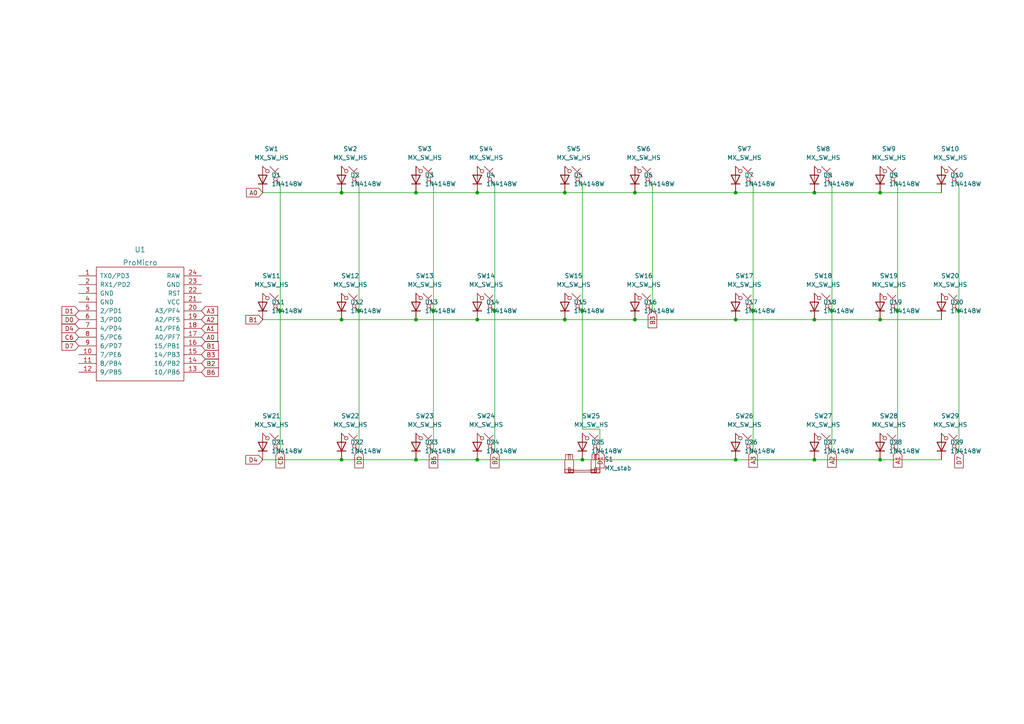
<source format=kicad_sch>
(kicad_sch (version 20211123) (generator eeschema)

  (uuid 5be3f799-7fb5-4384-9237-4befd2341bbd)

  (paper "A4")

  (lib_symbols
    (symbol "Diode:1N4148W" (pin_numbers hide) (pin_names (offset 1.016) hide) (in_bom yes) (on_board yes)
      (property "Reference" "D" (id 0) (at 0 2.54 0)
        (effects (font (size 1.27 1.27)))
      )
      (property "Value" "1N4148W" (id 1) (at 0 -2.54 0)
        (effects (font (size 1.27 1.27)))
      )
      (property "Footprint" "Diode_SMD:D_SOD-123" (id 2) (at 0 -4.445 0)
        (effects (font (size 1.27 1.27)) hide)
      )
      (property "Datasheet" "https://www.vishay.com/docs/85748/1n4148w.pdf" (id 3) (at 0 0 0)
        (effects (font (size 1.27 1.27)) hide)
      )
      (property "ki_keywords" "diode" (id 4) (at 0 0 0)
        (effects (font (size 1.27 1.27)) hide)
      )
      (property "ki_description" "75V 0.15A Fast Switching Diode, SOD-123" (id 5) (at 0 0 0)
        (effects (font (size 1.27 1.27)) hide)
      )
      (property "ki_fp_filters" "D*SOD?123*" (id 6) (at 0 0 0)
        (effects (font (size 1.27 1.27)) hide)
      )
      (symbol "1N4148W_0_1"
        (polyline
          (pts
            (xy -1.27 1.27)
            (xy -1.27 -1.27)
          )
          (stroke (width 0.254) (type default) (color 0 0 0 0))
          (fill (type none))
        )
        (polyline
          (pts
            (xy 1.27 0)
            (xy -1.27 0)
          )
          (stroke (width 0) (type default) (color 0 0 0 0))
          (fill (type none))
        )
        (polyline
          (pts
            (xy 1.27 1.27)
            (xy 1.27 -1.27)
            (xy -1.27 0)
            (xy 1.27 1.27)
          )
          (stroke (width 0.254) (type default) (color 0 0 0 0))
          (fill (type none))
        )
      )
      (symbol "1N4148W_1_1"
        (pin passive line (at -3.81 0 0) (length 2.54)
          (name "K" (effects (font (size 1.27 1.27))))
          (number "1" (effects (font (size 1.27 1.27))))
        )
        (pin passive line (at 3.81 0 180) (length 2.54)
          (name "A" (effects (font (size 1.27 1.27))))
          (number "2" (effects (font (size 1.27 1.27))))
        )
      )
    )
    (symbol "keebio:ProMicro" (pin_names (offset 1.016)) (in_bom yes) (on_board yes)
      (property "Reference" "U" (id 0) (at 0 0 0)
        (effects (font (size 1.524 1.524)))
      )
      (property "Value" "ProMicro" (id 1) (at 0 -19.05 0)
        (effects (font (size 1.524 1.524)))
      )
      (property "Footprint" "" (id 2) (at 26.67 -63.5 90)
        (effects (font (size 1.524 1.524)) hide)
      )
      (property "Datasheet" "" (id 3) (at 26.67 -63.5 90)
        (effects (font (size 1.524 1.524)) hide)
      )
      (symbol "ProMicro_0_1"
        (rectangle (start -12.7 -16.51) (end 12.7 16.51)
          (stroke (width 0) (type default) (color 0 0 0 0))
          (fill (type none))
        )
      )
      (symbol "ProMicro_1_1"
        (pin input line (at -17.78 13.97 0) (length 5.08)
          (name "TX0/PD3" (effects (font (size 1.27 1.27))))
          (number "1" (effects (font (size 1.27 1.27))))
        )
        (pin input line (at -17.78 -8.89 0) (length 5.08)
          (name "7/PE6" (effects (font (size 1.27 1.27))))
          (number "10" (effects (font (size 1.27 1.27))))
        )
        (pin input line (at -17.78 -11.43 0) (length 5.08)
          (name "8/PB4" (effects (font (size 1.27 1.27))))
          (number "11" (effects (font (size 1.27 1.27))))
        )
        (pin input line (at -17.78 -13.97 0) (length 5.08)
          (name "9/PB5" (effects (font (size 1.27 1.27))))
          (number "12" (effects (font (size 1.27 1.27))))
        )
        (pin input line (at 17.78 -13.97 180) (length 5.08)
          (name "10/PB6" (effects (font (size 1.27 1.27))))
          (number "13" (effects (font (size 1.27 1.27))))
        )
        (pin input line (at 17.78 -11.43 180) (length 5.08)
          (name "16/PB2" (effects (font (size 1.27 1.27))))
          (number "14" (effects (font (size 1.27 1.27))))
        )
        (pin input line (at 17.78 -8.89 180) (length 5.08)
          (name "14/PB3" (effects (font (size 1.27 1.27))))
          (number "15" (effects (font (size 1.27 1.27))))
        )
        (pin input line (at 17.78 -6.35 180) (length 5.08)
          (name "15/PB1" (effects (font (size 1.27 1.27))))
          (number "16" (effects (font (size 1.27 1.27))))
        )
        (pin input line (at 17.78 -3.81 180) (length 5.08)
          (name "A0/PF7" (effects (font (size 1.27 1.27))))
          (number "17" (effects (font (size 1.27 1.27))))
        )
        (pin input line (at 17.78 -1.27 180) (length 5.08)
          (name "A1/PF6" (effects (font (size 1.27 1.27))))
          (number "18" (effects (font (size 1.27 1.27))))
        )
        (pin input line (at 17.78 1.27 180) (length 5.08)
          (name "A2/PF5" (effects (font (size 1.27 1.27))))
          (number "19" (effects (font (size 1.27 1.27))))
        )
        (pin input line (at -17.78 11.43 0) (length 5.08)
          (name "RX1/PD2" (effects (font (size 1.27 1.27))))
          (number "2" (effects (font (size 1.27 1.27))))
        )
        (pin input line (at 17.78 3.81 180) (length 5.08)
          (name "A3/PF4" (effects (font (size 1.27 1.27))))
          (number "20" (effects (font (size 1.27 1.27))))
        )
        (pin input line (at 17.78 6.35 180) (length 5.08)
          (name "VCC" (effects (font (size 1.27 1.27))))
          (number "21" (effects (font (size 1.27 1.27))))
        )
        (pin input line (at 17.78 8.89 180) (length 5.08)
          (name "RST" (effects (font (size 1.27 1.27))))
          (number "22" (effects (font (size 1.27 1.27))))
        )
        (pin input line (at 17.78 11.43 180) (length 5.08)
          (name "GND" (effects (font (size 1.27 1.27))))
          (number "23" (effects (font (size 1.27 1.27))))
        )
        (pin input line (at 17.78 13.97 180) (length 5.08)
          (name "RAW" (effects (font (size 1.27 1.27))))
          (number "24" (effects (font (size 1.27 1.27))))
        )
        (pin input line (at -17.78 8.89 0) (length 5.08)
          (name "GND" (effects (font (size 1.27 1.27))))
          (number "3" (effects (font (size 1.27 1.27))))
        )
        (pin input line (at -17.78 6.35 0) (length 5.08)
          (name "GND" (effects (font (size 1.27 1.27))))
          (number "4" (effects (font (size 1.27 1.27))))
        )
        (pin input line (at -17.78 3.81 0) (length 5.08)
          (name "2/PD1" (effects (font (size 1.27 1.27))))
          (number "5" (effects (font (size 1.27 1.27))))
        )
        (pin input line (at -17.78 1.27 0) (length 5.08)
          (name "3/PD0" (effects (font (size 1.27 1.27))))
          (number "6" (effects (font (size 1.27 1.27))))
        )
        (pin input line (at -17.78 -1.27 0) (length 5.08)
          (name "4/PD4" (effects (font (size 1.27 1.27))))
          (number "7" (effects (font (size 1.27 1.27))))
        )
        (pin input line (at -17.78 -3.81 0) (length 5.08)
          (name "5/PC6" (effects (font (size 1.27 1.27))))
          (number "8" (effects (font (size 1.27 1.27))))
        )
        (pin input line (at -17.78 -6.35 0) (length 5.08)
          (name "6/PD7" (effects (font (size 1.27 1.27))))
          (number "9" (effects (font (size 1.27 1.27))))
        )
      )
    )
    (symbol "marbastlib:MX_SW_HS" (pin_numbers hide) (pin_names (offset 1.016) hide) (in_bom yes) (on_board yes)
      (property "Reference" "SW" (id 0) (at 3.048 1.016 0)
        (effects (font (size 1.27 1.27)) (justify left))
      )
      (property "Value" "MX_SW_HS" (id 1) (at 0 -3.81 0)
        (effects (font (size 1.27 1.27)))
      )
      (property "Footprint" "marbastlib-mx:SW_MX_HS_1u" (id 2) (at 0 0 0)
        (effects (font (size 1.27 1.27)) hide)
      )
      (property "Datasheet" "~" (id 3) (at 0 0 0)
        (effects (font (size 1.27 1.27)) hide)
      )
      (property "ki_keywords" "switch normally-open pushbutton push-button" (id 4) (at 0 0 0)
        (effects (font (size 1.27 1.27)) hide)
      )
      (property "ki_description" "Push button switch, normally open, two pins, 45° tilted" (id 5) (at 0 0 0)
        (effects (font (size 1.27 1.27)) hide)
      )
      (symbol "MX_SW_HS_0_1"
        (circle (center -1.1684 1.1684) (radius 0.508)
          (stroke (width 0) (type default) (color 0 0 0 0))
          (fill (type none))
        )
        (polyline
          (pts
            (xy -0.508 2.54)
            (xy 2.54 -0.508)
          )
          (stroke (width 0) (type default) (color 0 0 0 0))
          (fill (type none))
        )
        (polyline
          (pts
            (xy 1.016 1.016)
            (xy 2.032 2.032)
          )
          (stroke (width 0) (type default) (color 0 0 0 0))
          (fill (type none))
        )
        (polyline
          (pts
            (xy -2.54 2.54)
            (xy -1.524 1.524)
            (xy -1.524 1.524)
          )
          (stroke (width 0) (type default) (color 0 0 0 0))
          (fill (type none))
        )
        (polyline
          (pts
            (xy 1.524 -1.524)
            (xy 2.54 -2.54)
            (xy 2.54 -2.54)
            (xy 2.54 -2.54)
          )
          (stroke (width 0) (type default) (color 0 0 0 0))
          (fill (type none))
        )
        (circle (center 1.143 -1.1938) (radius 0.508)
          (stroke (width 0) (type default) (color 0 0 0 0))
          (fill (type none))
        )
        (pin passive line (at -2.54 2.54 0) (length 0)
          (name "1" (effects (font (size 1.27 1.27))))
          (number "1" (effects (font (size 1.27 1.27))))
        )
        (pin passive line (at 2.54 -2.54 180) (length 0)
          (name "2" (effects (font (size 1.27 1.27))))
          (number "2" (effects (font (size 1.27 1.27))))
        )
      )
    )
    (symbol "marbastlib:MX_stab" (pin_names (offset 1.016)) (in_bom yes) (on_board yes)
      (property "Reference" "S" (id 0) (at -5.08 6.35 0)
        (effects (font (size 1.27 1.27)) (justify left))
      )
      (property "Value" "MX_stab" (id 1) (at -5.08 3.81 0)
        (effects (font (size 1.27 1.27)) (justify left))
      )
      (property "Footprint" "marbastlib-mx:STAB_MX_P_6.25u" (id 2) (at 0 0 0)
        (effects (font (size 1.27 1.27)) hide)
      )
      (property "Datasheet" "" (id 3) (at 0 0 0)
        (effects (font (size 1.27 1.27)) hide)
      )
      (property "ki_keywords" "cherry mx stabilizer stab" (id 4) (at 0 0 0)
        (effects (font (size 1.27 1.27)) hide)
      )
      (property "ki_description" "Cherry MX-style stabilizer" (id 5) (at 0 0 0)
        (effects (font (size 1.27 1.27)) hide)
      )
      (symbol "MX_stab_0_1"
        (rectangle (start -5.08 -1.524) (end -2.54 -2.54)
          (stroke (width 0) (type default) (color 0 0 0 0))
          (fill (type none))
        )
        (rectangle (start -5.08 1.27) (end -2.54 -2.54)
          (stroke (width 0) (type default) (color 0 0 0 0))
          (fill (type none))
        )
        (rectangle (start -4.826 2.794) (end -2.794 1.27)
          (stroke (width 0) (type default) (color 0 0 0 0))
          (fill (type none))
        )
        (rectangle (start -4.064 -2.286) (end -3.556 -1.016)
          (stroke (width 0) (type default) (color 0 0 0 0))
          (fill (type none))
        )
        (rectangle (start -4.064 -1.778) (end 4.064 -2.286)
          (stroke (width 0) (type default) (color 0 0 0 0))
          (fill (type none))
        )
        (rectangle (start -4.064 1.27) (end -3.556 2.794)
          (stroke (width 0) (type default) (color 0 0 0 0))
          (fill (type none))
        )
        (rectangle (start 2.54 -1.524) (end 5.08 -2.54)
          (stroke (width 0) (type default) (color 0 0 0 0))
          (fill (type none))
        )
        (rectangle (start 2.54 1.27) (end 5.08 -2.54)
          (stroke (width 0) (type default) (color 0 0 0 0))
          (fill (type none))
        )
        (rectangle (start 2.794 2.794) (end 4.826 1.27)
          (stroke (width 0) (type default) (color 0 0 0 0))
          (fill (type none))
        )
        (rectangle (start 3.556 1.27) (end 4.064 2.794)
          (stroke (width 0) (type default) (color 0 0 0 0))
          (fill (type none))
        )
        (rectangle (start 4.064 -2.286) (end 3.556 -1.016)
          (stroke (width 0) (type default) (color 0 0 0 0))
          (fill (type none))
        )
      )
    )
  )

  (junction (at 81.28 90.17) (diameter 0) (color 0 0 0 0)
    (uuid 031e5dee-e1c7-45e4-b714-8227e915e9b9)
  )
  (junction (at 168.91 90.17) (diameter 0) (color 0 0 0 0)
    (uuid 04368405-222d-4f59-87d6-3f6d6337afd9)
  )
  (junction (at 213.36 133.35) (diameter 0) (color 0 0 0 0)
    (uuid 05283626-4ad3-4e6a-9f36-92d21ae340d4)
  )
  (junction (at 120.65 133.35) (diameter 0) (color 0 0 0 0)
    (uuid 0c039093-6260-4ea0-983f-0b89a8cbef99)
  )
  (junction (at 99.06 55.88) (diameter 0) (color 0 0 0 0)
    (uuid 0c5a4924-6a6b-4321-b4b9-6183adcb032b)
  )
  (junction (at 163.83 55.88) (diameter 0) (color 0 0 0 0)
    (uuid 195b0712-f1f8-4666-aa9c-0a9d7a717e57)
  )
  (junction (at 99.06 92.71) (diameter 0) (color 0 0 0 0)
    (uuid 19aeb653-19a8-4692-b7cb-766f5c49e4af)
  )
  (junction (at 184.15 92.71) (diameter 0) (color 0 0 0 0)
    (uuid 2426053c-e99b-470e-b303-f1b3c0e3fe0e)
  )
  (junction (at 255.27 133.35) (diameter 0) (color 0 0 0 0)
    (uuid 289bd785-3393-49fe-af41-2d0177413a9b)
  )
  (junction (at 255.27 92.71) (diameter 0) (color 0 0 0 0)
    (uuid 37eb094d-4675-4599-94ff-9b8dc4e7384d)
  )
  (junction (at 236.22 92.71) (diameter 0) (color 0 0 0 0)
    (uuid 4078be67-b8c6-473b-ae06-de0eb1f2f433)
  )
  (junction (at 138.43 133.35) (diameter 0) (color 0 0 0 0)
    (uuid 429bfbb6-8bba-4e05-b4c6-aaf27c2d6f97)
  )
  (junction (at 138.43 92.71) (diameter 0) (color 0 0 0 0)
    (uuid 4f675dc7-5303-4ceb-b4b0-c45fa61740c7)
  )
  (junction (at 255.27 55.88) (diameter 0) (color 0 0 0 0)
    (uuid 534f24b4-81b1-4e6d-8b02-c8eb23f7dba2)
  )
  (junction (at 168.91 133.35) (diameter 0) (color 0 0 0 0)
    (uuid 54b68ecc-9fb4-4fc6-a50b-dd44d99426a9)
  )
  (junction (at 278.13 90.17) (diameter 0) (color 0 0 0 0)
    (uuid 60bf41d0-f1c7-4dcc-9ec0-da9ff395f392)
  )
  (junction (at 184.15 55.88) (diameter 0) (color 0 0 0 0)
    (uuid 6508dbf0-4830-4dc3-9752-a0fc53e2acc1)
  )
  (junction (at 241.3 90.17) (diameter 0) (color 0 0 0 0)
    (uuid 73accff8-a839-49fe-b3b0-0b409fa47c4a)
  )
  (junction (at 99.06 133.35) (diameter 0) (color 0 0 0 0)
    (uuid 7c10e1a7-9e8c-4809-b0e7-45e1b1c0a433)
  )
  (junction (at 163.83 92.71) (diameter 0) (color 0 0 0 0)
    (uuid 7c4f6898-83dc-4779-bfdc-132f6d715c27)
  )
  (junction (at 218.44 90.17) (diameter 0) (color 0 0 0 0)
    (uuid 891fad89-085e-46fa-ae85-f6e350151034)
  )
  (junction (at 213.36 92.71) (diameter 0) (color 0 0 0 0)
    (uuid 92163971-f401-4f17-b7c9-9ad4db222ef9)
  )
  (junction (at 236.22 133.35) (diameter 0) (color 0 0 0 0)
    (uuid 9748ebf9-8fe4-4edb-9b43-34e20a535672)
  )
  (junction (at 104.14 90.17) (diameter 0) (color 0 0 0 0)
    (uuid a563b6f5-5647-4474-a680-fdc3514c7179)
  )
  (junction (at 213.36 55.88) (diameter 0) (color 0 0 0 0)
    (uuid c3c550b6-1311-43eb-b2ac-92bf84e79c4d)
  )
  (junction (at 120.65 55.88) (diameter 0) (color 0 0 0 0)
    (uuid cf8cb616-8f1c-47a8-8e9d-fc8ebf2f985f)
  )
  (junction (at 125.73 90.17) (diameter 0) (color 0 0 0 0)
    (uuid d104cffb-c8e1-41c3-8778-367324908bb8)
  )
  (junction (at 236.22 55.88) (diameter 0) (color 0 0 0 0)
    (uuid d13cefc7-41ff-4340-b61e-1c10d1b69bbf)
  )
  (junction (at 120.65 92.71) (diameter 0) (color 0 0 0 0)
    (uuid d1cd0d88-dda1-4a42-ba65-7c59acc3927b)
  )
  (junction (at 143.51 90.17) (diameter 0) (color 0 0 0 0)
    (uuid e70875be-cb4f-4591-b371-2f545e7e2448)
  )
  (junction (at 138.43 55.88) (diameter 0) (color 0 0 0 0)
    (uuid f727c919-e908-46b7-af26-5a9ea24d05f3)
  )
  (junction (at 260.35 90.17) (diameter 0) (color 0 0 0 0)
    (uuid fdf62198-1a15-4734-8b3f-3b5e17fcd5e4)
  )

  (wire (pts (xy 138.43 55.88) (xy 163.83 55.88))
    (stroke (width 0) (type default) (color 0 0 0 0))
    (uuid 09748df4-d12d-4f1a-b817-fe2fc89455e2)
  )
  (wire (pts (xy 81.28 90.17) (xy 81.28 130.81))
    (stroke (width 0) (type default) (color 0 0 0 0))
    (uuid 0a458807-9fbc-4c65-aa97-f1fb3d431f59)
  )
  (wire (pts (xy 99.06 55.88) (xy 120.65 55.88))
    (stroke (width 0) (type default) (color 0 0 0 0))
    (uuid 0f2b236c-4791-4d00-b302-00faddda02c3)
  )
  (wire (pts (xy 236.22 55.88) (xy 255.27 55.88))
    (stroke (width 0) (type default) (color 0 0 0 0))
    (uuid 143f4b4f-64bd-4951-a9b2-48726fffe9e8)
  )
  (wire (pts (xy 260.35 90.17) (xy 260.35 130.81))
    (stroke (width 0) (type default) (color 0 0 0 0))
    (uuid 1782dd4e-8cd7-414a-876e-391a4b4cde1f)
  )
  (wire (pts (xy 168.91 133.35) (xy 213.36 133.35))
    (stroke (width 0) (type default) (color 0 0 0 0))
    (uuid 21632d6b-5d66-4d9d-9151-5b03200e51ea)
  )
  (wire (pts (xy 241.3 53.34) (xy 241.3 90.17))
    (stroke (width 0) (type default) (color 0 0 0 0))
    (uuid 2c7e9706-b424-4367-ab27-133126e79228)
  )
  (wire (pts (xy 138.43 133.35) (xy 168.91 133.35))
    (stroke (width 0) (type default) (color 0 0 0 0))
    (uuid 2fedf3b7-0d36-4555-bf45-c531239d42cb)
  )
  (wire (pts (xy 99.06 92.71) (xy 120.65 92.71))
    (stroke (width 0) (type default) (color 0 0 0 0))
    (uuid 335622b2-c0af-4f2e-9d54-2cf8136162e0)
  )
  (wire (pts (xy 213.36 92.71) (xy 236.22 92.71))
    (stroke (width 0) (type default) (color 0 0 0 0))
    (uuid 33aee8b6-d2dc-4d0a-9e0e-2c665acf4322)
  )
  (wire (pts (xy 213.36 133.35) (xy 236.22 133.35))
    (stroke (width 0) (type default) (color 0 0 0 0))
    (uuid 34b97aec-8669-4a95-865f-f7dee7b99b32)
  )
  (wire (pts (xy 184.15 92.71) (xy 213.36 92.71))
    (stroke (width 0) (type default) (color 0 0 0 0))
    (uuid 3941fe00-a7dd-43f4-a110-f4702f26cbfb)
  )
  (wire (pts (xy 120.65 55.88) (xy 138.43 55.88))
    (stroke (width 0) (type default) (color 0 0 0 0))
    (uuid 3b969865-f76f-4250-a907-3b1c06dedadf)
  )
  (wire (pts (xy 143.51 53.34) (xy 143.51 90.17))
    (stroke (width 0) (type default) (color 0 0 0 0))
    (uuid 4620c474-d264-472c-a511-53e562b38ef1)
  )
  (wire (pts (xy 120.65 92.71) (xy 138.43 92.71))
    (stroke (width 0) (type default) (color 0 0 0 0))
    (uuid 4e6dfa13-8cb9-45c2-896f-cd4f2f954b33)
  )
  (wire (pts (xy 189.23 53.34) (xy 189.23 90.17))
    (stroke (width 0) (type default) (color 0 0 0 0))
    (uuid 53bcdb82-4665-4520-9cb8-db17fefaa021)
  )
  (wire (pts (xy 255.27 55.88) (xy 273.05 55.88))
    (stroke (width 0) (type default) (color 0 0 0 0))
    (uuid 6412905f-e11f-4b50-9714-98ef3532e1c6)
  )
  (wire (pts (xy 76.2 92.71) (xy 99.06 92.71))
    (stroke (width 0) (type default) (color 0 0 0 0))
    (uuid 66b02735-acbe-46d5-9300-32c6e446bf05)
  )
  (wire (pts (xy 104.14 90.17) (xy 104.14 130.81))
    (stroke (width 0) (type default) (color 0 0 0 0))
    (uuid 6ba083d6-0ab3-472e-a41b-396ba3d1713a)
  )
  (wire (pts (xy 168.91 124.46) (xy 173.99 124.46))
    (stroke (width 0) (type default) (color 0 0 0 0))
    (uuid 76995ff7-40a4-45cd-981a-a8001663c061)
  )
  (wire (pts (xy 184.15 55.88) (xy 213.36 55.88))
    (stroke (width 0) (type default) (color 0 0 0 0))
    (uuid 77ab871f-fbdb-49b5-b74c-321f86437682)
  )
  (wire (pts (xy 143.51 90.17) (xy 143.51 130.81))
    (stroke (width 0) (type default) (color 0 0 0 0))
    (uuid 7e3b2089-8108-42b4-a1f0-12ab4b8d5ac6)
  )
  (wire (pts (xy 76.2 55.88) (xy 99.06 55.88))
    (stroke (width 0) (type default) (color 0 0 0 0))
    (uuid 80eb5046-208b-41fd-adea-f39675b2a9eb)
  )
  (wire (pts (xy 241.3 90.17) (xy 241.3 130.81))
    (stroke (width 0) (type default) (color 0 0 0 0))
    (uuid 83eef8c6-9a1c-4ac3-bbcf-0b864ba70ca3)
  )
  (wire (pts (xy 218.44 53.34) (xy 218.44 90.17))
    (stroke (width 0) (type default) (color 0 0 0 0))
    (uuid 84b5b37f-fd61-4e34-ad8e-73be95cc9e5c)
  )
  (wire (pts (xy 163.83 55.88) (xy 184.15 55.88))
    (stroke (width 0) (type default) (color 0 0 0 0))
    (uuid 8a0fefa4-63ed-4eb8-9250-0739f4b1a7cb)
  )
  (wire (pts (xy 236.22 133.35) (xy 255.27 133.35))
    (stroke (width 0) (type default) (color 0 0 0 0))
    (uuid 8ed69b06-6b57-4d57-9506-e39c653c1693)
  )
  (wire (pts (xy 213.36 55.88) (xy 236.22 55.88))
    (stroke (width 0) (type default) (color 0 0 0 0))
    (uuid 90352d49-df0b-4bd6-b28e-e877dd2cdbf7)
  )
  (wire (pts (xy 218.44 90.17) (xy 218.44 130.81))
    (stroke (width 0) (type default) (color 0 0 0 0))
    (uuid 91cc65f1-0aab-4262-b8e0-72f6f2d9b7c8)
  )
  (wire (pts (xy 168.91 53.34) (xy 168.91 90.17))
    (stroke (width 0) (type default) (color 0 0 0 0))
    (uuid 972b4cc3-cb4c-4410-990a-6dfa2df09d34)
  )
  (wire (pts (xy 125.73 53.34) (xy 125.73 90.17))
    (stroke (width 0) (type default) (color 0 0 0 0))
    (uuid 9a8d89ea-7f2d-40d1-8af9-fbffe3bcf682)
  )
  (wire (pts (xy 255.27 92.71) (xy 273.05 92.71))
    (stroke (width 0) (type default) (color 0 0 0 0))
    (uuid a3fa1696-d938-4ea9-ae8c-bfae8b045f7b)
  )
  (wire (pts (xy 125.73 90.17) (xy 125.73 130.81))
    (stroke (width 0) (type default) (color 0 0 0 0))
    (uuid a6e1a749-4e81-48e9-b375-bca0c9cda752)
  )
  (wire (pts (xy 163.83 92.71) (xy 184.15 92.71))
    (stroke (width 0) (type default) (color 0 0 0 0))
    (uuid a7c9ab3a-e348-4c9c-82ad-5ead8ef78f3c)
  )
  (wire (pts (xy 278.13 90.17) (xy 278.13 130.81))
    (stroke (width 0) (type default) (color 0 0 0 0))
    (uuid afdc803a-b085-4021-aa55-f40d3e6aa262)
  )
  (wire (pts (xy 236.22 92.71) (xy 255.27 92.71))
    (stroke (width 0) (type default) (color 0 0 0 0))
    (uuid b0435ad9-97c2-4c4e-96cd-64829fb87ee8)
  )
  (wire (pts (xy 260.35 53.34) (xy 260.35 90.17))
    (stroke (width 0) (type default) (color 0 0 0 0))
    (uuid c255201e-5ac4-4d11-958c-58bd0bf29cfd)
  )
  (wire (pts (xy 99.06 133.35) (xy 120.65 133.35))
    (stroke (width 0) (type default) (color 0 0 0 0))
    (uuid c8534e7b-ccca-484f-bce9-b0f72142d464)
  )
  (wire (pts (xy 120.65 133.35) (xy 138.43 133.35))
    (stroke (width 0) (type default) (color 0 0 0 0))
    (uuid c90c4829-fce6-4e46-9c5e-78d3c551b698)
  )
  (wire (pts (xy 138.43 92.71) (xy 163.83 92.71))
    (stroke (width 0) (type default) (color 0 0 0 0))
    (uuid d05165b5-fda9-4bd4-b163-f3722e76fe3d)
  )
  (wire (pts (xy 168.91 90.17) (xy 168.91 124.46))
    (stroke (width 0) (type default) (color 0 0 0 0))
    (uuid d5bad934-9386-4253-af0a-e936cd953d89)
  )
  (wire (pts (xy 278.13 53.34) (xy 278.13 90.17))
    (stroke (width 0) (type default) (color 0 0 0 0))
    (uuid de130d77-950e-4fcd-b05d-c98463fb5c36)
  )
  (wire (pts (xy 173.99 124.46) (xy 173.99 130.81))
    (stroke (width 0) (type default) (color 0 0 0 0))
    (uuid e72ee9cf-f29d-49bb-8be7-6d285f7bf784)
  )
  (wire (pts (xy 76.2 133.35) (xy 99.06 133.35))
    (stroke (width 0) (type default) (color 0 0 0 0))
    (uuid edf591a9-e640-4467-9471-4f1dfb44a69c)
  )
  (wire (pts (xy 104.14 53.34) (xy 104.14 90.17))
    (stroke (width 0) (type default) (color 0 0 0 0))
    (uuid f01360e3-aba0-4ab6-832a-98c59ecb225f)
  )
  (wire (pts (xy 255.27 133.35) (xy 273.05 133.35))
    (stroke (width 0) (type default) (color 0 0 0 0))
    (uuid f441ef29-2c08-4c6b-aa1b-2c4ca8a163be)
  )
  (wire (pts (xy 81.28 53.34) (xy 81.28 90.17))
    (stroke (width 0) (type default) (color 0 0 0 0))
    (uuid fbd6141c-4f86-4a83-b30c-a92e266233fb)
  )

  (global_label "D4" (shape input) (at 76.2 133.35 180) (fields_autoplaced)
    (effects (font (size 1.27 1.27)) (justify right))
    (uuid 017e26da-dc74-46a7-9d98-c04199d7223d)
    (property "Intersheet References" "${INTERSHEET_REFS}" (id 0) (at 71.3074 133.2706 0)
      (effects (font (size 1.27 1.27)) (justify right) hide)
    )
  )
  (global_label "A3" (shape input) (at 218.44 130.81 270) (fields_autoplaced)
    (effects (font (size 1.27 1.27)) (justify right))
    (uuid 08bbdd1b-0c8b-48b1-930f-1b644372fab7)
    (property "Intersheet References" "${INTERSHEET_REFS}" (id 0) (at 218.3606 135.5212 90)
      (effects (font (size 1.27 1.27)) (justify right) hide)
    )
  )
  (global_label "B1" (shape input) (at 58.42 100.33 0) (fields_autoplaced)
    (effects (font (size 1.27 1.27)) (justify left))
    (uuid 0e255876-90fd-47c0-9768-b92dd4e5a56a)
    (property "Intersheet References" "${INTERSHEET_REFS}" (id 0) (at 63.3126 100.2506 0)
      (effects (font (size 1.27 1.27)) (justify left) hide)
    )
  )
  (global_label "A1" (shape input) (at 260.35 130.81 270) (fields_autoplaced)
    (effects (font (size 1.27 1.27)) (justify right))
    (uuid 113b66c5-081b-47ff-97d8-55723eea08aa)
    (property "Intersheet References" "${INTERSHEET_REFS}" (id 0) (at 260.4294 135.5212 90)
      (effects (font (size 1.27 1.27)) (justify right) hide)
    )
  )
  (global_label "B6" (shape input) (at 58.42 107.95 0) (fields_autoplaced)
    (effects (font (size 1.27 1.27)) (justify left))
    (uuid 124297f2-b384-4f18-9df2-8d2db31e8ad4)
    (property "Intersheet References" "${INTERSHEET_REFS}" (id 0) (at 63.3126 107.8706 0)
      (effects (font (size 1.27 1.27)) (justify left) hide)
    )
  )
  (global_label "D1" (shape input) (at 22.86 90.17 180) (fields_autoplaced)
    (effects (font (size 1.27 1.27)) (justify right))
    (uuid 12b4ee3f-1bbe-4149-b257-ce04d4dee06c)
    (property "Intersheet References" "${INTERSHEET_REFS}" (id 0) (at 17.9674 90.0906 0)
      (effects (font (size 1.27 1.27)) (justify right) hide)
    )
  )
  (global_label "B3" (shape input) (at 189.23 90.17 270) (fields_autoplaced)
    (effects (font (size 1.27 1.27)) (justify right))
    (uuid 17b1397e-f2a6-44e7-86b5-d9428755cb9e)
    (property "Intersheet References" "${INTERSHEET_REFS}" (id 0) (at 189.3094 95.0626 90)
      (effects (font (size 1.27 1.27)) (justify right) hide)
    )
  )
  (global_label "D7" (shape input) (at 278.13 130.81 270) (fields_autoplaced)
    (effects (font (size 1.27 1.27)) (justify right))
    (uuid 1d512433-522f-4726-883b-16db9bb77063)
    (property "Intersheet References" "${INTERSHEET_REFS}" (id 0) (at 278.0506 135.7026 90)
      (effects (font (size 1.27 1.27)) (justify right) hide)
    )
  )
  (global_label "C6" (shape input) (at 22.86 97.79 180) (fields_autoplaced)
    (effects (font (size 1.27 1.27)) (justify right))
    (uuid 4134f41d-407c-4651-a052-53b87d4b0399)
    (property "Intersheet References" "${INTERSHEET_REFS}" (id 0) (at 17.9674 97.7106 0)
      (effects (font (size 1.27 1.27)) (justify right) hide)
    )
  )
  (global_label "B2" (shape input) (at 58.42 105.41 0) (fields_autoplaced)
    (effects (font (size 1.27 1.27)) (justify left))
    (uuid 4867bc68-60b2-438d-97e2-802caab1c1cb)
    (property "Intersheet References" "${INTERSHEET_REFS}" (id 0) (at 63.3126 105.3306 0)
      (effects (font (size 1.27 1.27)) (justify left) hide)
    )
  )
  (global_label "A1" (shape input) (at 58.42 95.25 0) (fields_autoplaced)
    (effects (font (size 1.27 1.27)) (justify left))
    (uuid 493b2892-83dd-4da5-8508-f2d48e23529d)
    (property "Intersheet References" "${INTERSHEET_REFS}" (id 0) (at 63.1312 95.1706 0)
      (effects (font (size 1.27 1.27)) (justify left) hide)
    )
  )
  (global_label "D4" (shape input) (at 22.86 95.25 180) (fields_autoplaced)
    (effects (font (size 1.27 1.27)) (justify right))
    (uuid 5549b2a7-b156-4309-8b0d-c990abb489a1)
    (property "Intersheet References" "${INTERSHEET_REFS}" (id 0) (at 17.9674 95.1706 0)
      (effects (font (size 1.27 1.27)) (justify right) hide)
    )
  )
  (global_label "A0" (shape input) (at 76.2 55.88 180) (fields_autoplaced)
    (effects (font (size 1.27 1.27)) (justify right))
    (uuid 5c46418f-5155-4cbe-bf6b-1d9dd8231c8a)
    (property "Intersheet References" "${INTERSHEET_REFS}" (id 0) (at 71.4888 55.8006 0)
      (effects (font (size 1.27 1.27)) (justify right) hide)
    )
  )
  (global_label "A0" (shape input) (at 58.42 97.79 0) (fields_autoplaced)
    (effects (font (size 1.27 1.27)) (justify left))
    (uuid 6b977aee-1cf2-4498-87e2-58d1e5a60b85)
    (property "Intersheet References" "${INTERSHEET_REFS}" (id 0) (at 63.1312 97.8694 0)
      (effects (font (size 1.27 1.27)) (justify left) hide)
    )
  )
  (global_label "A2" (shape input) (at 58.42 92.71 0) (fields_autoplaced)
    (effects (font (size 1.27 1.27)) (justify left))
    (uuid 70c0c6d3-aa48-463c-8935-83c5e93d96f9)
    (property "Intersheet References" "${INTERSHEET_REFS}" (id 0) (at 63.1312 92.6306 0)
      (effects (font (size 1.27 1.27)) (justify left) hide)
    )
  )
  (global_label "A3" (shape input) (at 58.42 90.17 0) (fields_autoplaced)
    (effects (font (size 1.27 1.27)) (justify left))
    (uuid 715bd1d6-4080-466e-8f97-10f4e8dfcfbe)
    (property "Intersheet References" "${INTERSHEET_REFS}" (id 0) (at 63.1312 90.2494 0)
      (effects (font (size 1.27 1.27)) (justify left) hide)
    )
  )
  (global_label "B3" (shape input) (at 58.42 102.87 0) (fields_autoplaced)
    (effects (font (size 1.27 1.27)) (justify left))
    (uuid 79eb502a-471f-48c9-a4e0-c1a08d8de3af)
    (property "Intersheet References" "${INTERSHEET_REFS}" (id 0) (at 63.3126 102.7906 0)
      (effects (font (size 1.27 1.27)) (justify left) hide)
    )
  )
  (global_label "D7" (shape input) (at 22.86 100.33 180) (fields_autoplaced)
    (effects (font (size 1.27 1.27)) (justify right))
    (uuid 801b3163-4ba8-4b7e-8714-17ad193bf297)
    (property "Intersheet References" "${INTERSHEET_REFS}" (id 0) (at 17.9674 100.2506 0)
      (effects (font (size 1.27 1.27)) (justify right) hide)
    )
  )
  (global_label "B2" (shape input) (at 143.51 130.81 270) (fields_autoplaced)
    (effects (font (size 1.27 1.27)) (justify right))
    (uuid 960af6aa-e9b1-4f3d-9c2b-7d88a3ec00af)
    (property "Intersheet References" "${INTERSHEET_REFS}" (id 0) (at 143.5894 135.7026 90)
      (effects (font (size 1.27 1.27)) (justify right) hide)
    )
  )
  (global_label "D1" (shape input) (at 173.99 130.81 270) (fields_autoplaced)
    (effects (font (size 1.27 1.27)) (justify right))
    (uuid a0f04dba-26b3-4ab2-875a-351a0aedcf04)
    (property "Intersheet References" "${INTERSHEET_REFS}" (id 0) (at 173.9106 135.7026 90)
      (effects (font (size 1.27 1.27)) (justify right) hide)
    )
  )
  (global_label "A2" (shape input) (at 241.3 130.81 270) (fields_autoplaced)
    (effects (font (size 1.27 1.27)) (justify right))
    (uuid c98ba517-bff0-4d00-8166-457efc3900b6)
    (property "Intersheet References" "${INTERSHEET_REFS}" (id 0) (at 241.3794 135.5212 90)
      (effects (font (size 1.27 1.27)) (justify right) hide)
    )
  )
  (global_label "D0" (shape input) (at 22.86 92.71 180) (fields_autoplaced)
    (effects (font (size 1.27 1.27)) (justify right))
    (uuid d02c2759-2397-48ab-8b53-37f5f5c641a1)
    (property "Intersheet References" "${INTERSHEET_REFS}" (id 0) (at 17.9674 92.6306 0)
      (effects (font (size 1.27 1.27)) (justify right) hide)
    )
  )
  (global_label "B6" (shape input) (at 125.73 130.81 270) (fields_autoplaced)
    (effects (font (size 1.27 1.27)) (justify right))
    (uuid d188b602-012b-4908-bc65-fdb5aff85a9f)
    (property "Intersheet References" "${INTERSHEET_REFS}" (id 0) (at 125.8094 135.7026 90)
      (effects (font (size 1.27 1.27)) (justify right) hide)
    )
  )
  (global_label "C6" (shape input) (at 81.28 130.81 270) (fields_autoplaced)
    (effects (font (size 1.27 1.27)) (justify right))
    (uuid e5d371ac-64b9-4073-8eec-3d9cb8b96ea4)
    (property "Intersheet References" "${INTERSHEET_REFS}" (id 0) (at 81.2006 135.7026 90)
      (effects (font (size 1.27 1.27)) (justify right) hide)
    )
  )
  (global_label "D0" (shape input) (at 104.14 130.81 270) (fields_autoplaced)
    (effects (font (size 1.27 1.27)) (justify right))
    (uuid f0bb4939-cec8-47aa-82ae-1b6fbe6fb62f)
    (property "Intersheet References" "${INTERSHEET_REFS}" (id 0) (at 104.0606 135.7026 90)
      (effects (font (size 1.27 1.27)) (justify right) hide)
    )
  )
  (global_label "B1" (shape input) (at 76.2 92.71 180) (fields_autoplaced)
    (effects (font (size 1.27 1.27)) (justify right))
    (uuid f605a23f-7fde-4b00-94e8-11709c02aca8)
    (property "Intersheet References" "${INTERSHEET_REFS}" (id 0) (at 71.3074 92.6306 0)
      (effects (font (size 1.27 1.27)) (justify right) hide)
    )
  )

  (symbol (lib_id "marbastlib:MX_SW_HS") (at 123.19 87.63 0) (unit 1)
    (in_bom yes) (on_board yes) (fields_autoplaced)
    (uuid 0543432c-0510-4c64-8d22-39dd8e400104)
    (property "Reference" "SW13" (id 0) (at 123.19 80.01 0))
    (property "Value" "MX_SW_HS" (id 1) (at 123.19 82.55 0))
    (property "Footprint" "marbastlib_mx:SW_MX_HS_S_1u" (id 2) (at 123.19 87.63 0)
      (effects (font (size 1.27 1.27)) hide)
    )
    (property "Datasheet" "~" (id 3) (at 123.19 87.63 0)
      (effects (font (size 1.27 1.27)) hide)
    )
    (pin "1" (uuid f1dac5aa-899d-4445-b709-deb53aca250a))
    (pin "2" (uuid 2a0699ff-4142-4a46-a983-571f355e199c))
  )

  (symbol (lib_id "marbastlib:MX_SW_HS") (at 140.97 50.8 0) (unit 1)
    (in_bom yes) (on_board yes) (fields_autoplaced)
    (uuid 0deab67f-87af-405e-be89-14a5d98a0e5c)
    (property "Reference" "SW4" (id 0) (at 140.97 43.18 0))
    (property "Value" "MX_SW_HS" (id 1) (at 140.97 45.72 0))
    (property "Footprint" "marbastlib_mx:SW_MX_HS_S_1u" (id 2) (at 140.97 50.8 0)
      (effects (font (size 1.27 1.27)) hide)
    )
    (property "Datasheet" "~" (id 3) (at 140.97 50.8 0)
      (effects (font (size 1.27 1.27)) hide)
    )
    (pin "1" (uuid 78c0fc75-0ec9-47fb-84a9-1062d4dcc461))
    (pin "2" (uuid a0782526-7c27-48e4-989e-6921dcf861a6))
  )

  (symbol (lib_id "Diode:1N4148W") (at 184.15 88.9 90) (unit 1)
    (in_bom yes) (on_board yes) (fields_autoplaced)
    (uuid 10c5629f-a6e6-40fe-b624-b2b6735d147e)
    (property "Reference" "D16" (id 0) (at 186.69 87.6299 90)
      (effects (font (size 1.27 1.27)) (justify right))
    )
    (property "Value" "1N4148W" (id 1) (at 186.69 90.1699 90)
      (effects (font (size 1.27 1.27)) (justify right))
    )
    (property "Footprint" "Diode_SMD:D_SOD-123" (id 2) (at 188.595 88.9 0)
      (effects (font (size 1.27 1.27)) hide)
    )
    (property "Datasheet" "https://www.vishay.com/docs/85748/1n4148w.pdf" (id 3) (at 184.15 88.9 0)
      (effects (font (size 1.27 1.27)) hide)
    )
    (pin "1" (uuid 9855cca2-1290-4591-a9ab-2134ddf1f7ce))
    (pin "2" (uuid 86150e83-1f80-47c0-8ded-0aa6dc58b5a7))
  )

  (symbol (lib_id "marbastlib:MX_SW_HS") (at 123.19 50.8 0) (unit 1)
    (in_bom yes) (on_board yes) (fields_autoplaced)
    (uuid 11e05759-1c3a-4f71-a018-cd39fd0bf096)
    (property "Reference" "SW3" (id 0) (at 123.19 43.18 0))
    (property "Value" "MX_SW_HS" (id 1) (at 123.19 45.72 0))
    (property "Footprint" "marbastlib_mx:SW_MX_HS_S_1u" (id 2) (at 123.19 50.8 0)
      (effects (font (size 1.27 1.27)) hide)
    )
    (property "Datasheet" "~" (id 3) (at 123.19 50.8 0)
      (effects (font (size 1.27 1.27)) hide)
    )
    (pin "1" (uuid fe38e649-80f1-4034-b1f3-83c650071c3d))
    (pin "2" (uuid 285bfc18-e396-4df4-96f7-154b13a81479))
  )

  (symbol (lib_id "marbastlib:MX_SW_HS") (at 78.74 50.8 0) (unit 1)
    (in_bom yes) (on_board yes) (fields_autoplaced)
    (uuid 1aacb72c-8091-4e66-ac31-ff9759c877ac)
    (property "Reference" "SW1" (id 0) (at 78.74 43.18 0))
    (property "Value" "MX_SW_HS" (id 1) (at 78.74 45.72 0))
    (property "Footprint" "marbastlib_mx:SW_MX_HS_S_1u" (id 2) (at 78.74 50.8 0)
      (effects (font (size 1.27 1.27)) hide)
    )
    (property "Datasheet" "~" (id 3) (at 78.74 50.8 0)
      (effects (font (size 1.27 1.27)) hide)
    )
    (pin "1" (uuid a605dc46-80a7-443e-af29-96283c2cdc7e))
    (pin "2" (uuid 325d3599-c7b5-4eea-8dc2-03bb3bf266a5))
  )

  (symbol (lib_id "Diode:1N4148W") (at 138.43 88.9 90) (unit 1)
    (in_bom yes) (on_board yes) (fields_autoplaced)
    (uuid 2515ff33-e6a9-4aba-a055-2dfaea5c3ce7)
    (property "Reference" "D14" (id 0) (at 140.97 87.6299 90)
      (effects (font (size 1.27 1.27)) (justify right))
    )
    (property "Value" "1N4148W" (id 1) (at 140.97 90.1699 90)
      (effects (font (size 1.27 1.27)) (justify right))
    )
    (property "Footprint" "Diode_SMD:D_SOD-123" (id 2) (at 142.875 88.9 0)
      (effects (font (size 1.27 1.27)) hide)
    )
    (property "Datasheet" "https://www.vishay.com/docs/85748/1n4148w.pdf" (id 3) (at 138.43 88.9 0)
      (effects (font (size 1.27 1.27)) hide)
    )
    (pin "1" (uuid 402d7c7d-711b-4fab-9d87-452bb1c8e083))
    (pin "2" (uuid 4aa00492-7ca9-4cce-8cfd-c28dc28234c0))
  )

  (symbol (lib_id "Diode:1N4148W") (at 76.2 88.9 90) (unit 1)
    (in_bom yes) (on_board yes) (fields_autoplaced)
    (uuid 256ab6fa-e4b1-4028-ab99-ac78d2eecab9)
    (property "Reference" "D11" (id 0) (at 78.74 87.6299 90)
      (effects (font (size 1.27 1.27)) (justify right))
    )
    (property "Value" "1N4148W" (id 1) (at 78.74 90.1699 90)
      (effects (font (size 1.27 1.27)) (justify right))
    )
    (property "Footprint" "Diode_SMD:D_SOD-123" (id 2) (at 80.645 88.9 0)
      (effects (font (size 1.27 1.27)) hide)
    )
    (property "Datasheet" "https://www.vishay.com/docs/85748/1n4148w.pdf" (id 3) (at 76.2 88.9 0)
      (effects (font (size 1.27 1.27)) hide)
    )
    (pin "1" (uuid 7f5f4a31-59b6-45d1-ad8a-f355df8e3706))
    (pin "2" (uuid 05f4ae81-72d3-4750-aa5a-3274e94167fc))
  )

  (symbol (lib_id "Diode:1N4148W") (at 236.22 88.9 90) (unit 1)
    (in_bom yes) (on_board yes)
    (uuid 26acac01-349c-4bb1-8136-a1a6f8c3667e)
    (property "Reference" "D18" (id 0) (at 238.76 87.6299 90)
      (effects (font (size 1.27 1.27)) (justify right))
    )
    (property "Value" "1N4148W" (id 1) (at 238.76 90.1699 90)
      (effects (font (size 1.27 1.27)) (justify right))
    )
    (property "Footprint" "Diode_SMD:D_SOD-123" (id 2) (at 240.665 88.9 0)
      (effects (font (size 1.27 1.27)) hide)
    )
    (property "Datasheet" "https://www.vishay.com/docs/85748/1n4148w.pdf" (id 3) (at 236.22 88.9 0)
      (effects (font (size 1.27 1.27)) hide)
    )
    (pin "1" (uuid 359491e7-09e4-4a23-af0b-cac6462519e2))
    (pin "2" (uuid eb7bfa24-e98a-4b0d-bdc8-73ab7746e8b3))
  )

  (symbol (lib_id "marbastlib:MX_SW_HS") (at 140.97 87.63 0) (unit 1)
    (in_bom yes) (on_board yes) (fields_autoplaced)
    (uuid 26b7cb3b-67b1-4d53-a8a6-a02dd3e70530)
    (property "Reference" "SW14" (id 0) (at 140.97 80.01 0))
    (property "Value" "MX_SW_HS" (id 1) (at 140.97 82.55 0))
    (property "Footprint" "marbastlib_mx:SW_MX_HS_S_1u" (id 2) (at 140.97 87.63 0)
      (effects (font (size 1.27 1.27)) hide)
    )
    (property "Datasheet" "~" (id 3) (at 140.97 87.63 0)
      (effects (font (size 1.27 1.27)) hide)
    )
    (pin "1" (uuid 7889513c-6075-4b33-b770-4fddf2cf0e30))
    (pin "2" (uuid b87d29b6-5706-4842-99e2-4f978d770ac3))
  )

  (symbol (lib_id "marbastlib:MX_SW_HS") (at 275.59 128.27 0) (unit 1)
    (in_bom yes) (on_board yes) (fields_autoplaced)
    (uuid 2aa777f6-3067-4a09-999c-a37e0376f37d)
    (property "Reference" "SW29" (id 0) (at 275.59 120.65 0))
    (property "Value" "MX_SW_HS" (id 1) (at 275.59 123.19 0))
    (property "Footprint" "marbastlib_mx:SW_MX_HS_S_1u" (id 2) (at 275.59 128.27 0)
      (effects (font (size 1.27 1.27)) hide)
    )
    (property "Datasheet" "~" (id 3) (at 275.59 128.27 0)
      (effects (font (size 1.27 1.27)) hide)
    )
    (pin "1" (uuid b009cebe-7ca2-4d12-96a2-070bae3540bc))
    (pin "2" (uuid 55961c56-1fcf-46a3-a29f-6ccf558744bd))
  )

  (symbol (lib_id "marbastlib:MX_SW_HS") (at 215.9 50.8 0) (unit 1)
    (in_bom yes) (on_board yes) (fields_autoplaced)
    (uuid 2ebd5cd5-4121-42c8-af7c-d98537baf3c2)
    (property "Reference" "SW7" (id 0) (at 215.9 43.18 0))
    (property "Value" "MX_SW_HS" (id 1) (at 215.9 45.72 0))
    (property "Footprint" "marbastlib_mx:SW_MX_HS_S_1u" (id 2) (at 215.9 50.8 0)
      (effects (font (size 1.27 1.27)) hide)
    )
    (property "Datasheet" "~" (id 3) (at 215.9 50.8 0)
      (effects (font (size 1.27 1.27)) hide)
    )
    (pin "1" (uuid b428e771-ca3d-4767-a1bd-03764c27d1b8))
    (pin "2" (uuid 29e73b07-4fa8-4901-b56a-5c95f28e8ea2))
  )

  (symbol (lib_id "marbastlib:MX_SW_HS") (at 78.74 87.63 0) (unit 1)
    (in_bom yes) (on_board yes) (fields_autoplaced)
    (uuid 31330113-0bad-4172-998e-4ce99699045e)
    (property "Reference" "SW11" (id 0) (at 78.74 80.01 0))
    (property "Value" "MX_SW_HS" (id 1) (at 78.74 82.55 0))
    (property "Footprint" "marbastlib_mx:SW_MX_HS_S_1u" (id 2) (at 78.74 87.63 0)
      (effects (font (size 1.27 1.27)) hide)
    )
    (property "Datasheet" "~" (id 3) (at 78.74 87.63 0)
      (effects (font (size 1.27 1.27)) hide)
    )
    (pin "1" (uuid 1ca1a698-96b8-4306-b576-f19b76ddcb6a))
    (pin "2" (uuid 6de212e7-20db-43b5-adfc-81ac3c218501))
  )

  (symbol (lib_id "Diode:1N4148W") (at 213.36 52.07 90) (unit 1)
    (in_bom yes) (on_board yes) (fields_autoplaced)
    (uuid 329e7dc3-a745-4f7d-a618-e181d0734f19)
    (property "Reference" "D7" (id 0) (at 215.9 50.7999 90)
      (effects (font (size 1.27 1.27)) (justify right))
    )
    (property "Value" "1N4148W" (id 1) (at 215.9 53.3399 90)
      (effects (font (size 1.27 1.27)) (justify right))
    )
    (property "Footprint" "Diode_SMD:D_SOD-123" (id 2) (at 217.805 52.07 0)
      (effects (font (size 1.27 1.27)) hide)
    )
    (property "Datasheet" "https://www.vishay.com/docs/85748/1n4148w.pdf" (id 3) (at 213.36 52.07 0)
      (effects (font (size 1.27 1.27)) hide)
    )
    (pin "1" (uuid 055d4bd2-d44a-48cb-9e10-be2c8a48a9db))
    (pin "2" (uuid ac0b33f0-6076-4368-8c30-6b81653e9132))
  )

  (symbol (lib_id "marbastlib:MX_SW_HS") (at 186.69 50.8 0) (unit 1)
    (in_bom yes) (on_board yes) (fields_autoplaced)
    (uuid 33a351bd-0e5f-4685-b25f-49263a25f84e)
    (property "Reference" "SW6" (id 0) (at 186.69 43.18 0))
    (property "Value" "MX_SW_HS" (id 1) (at 186.69 45.72 0))
    (property "Footprint" "marbastlib_mx:SW_MX_HS_S_1u" (id 2) (at 186.69 50.8 0)
      (effects (font (size 1.27 1.27)) hide)
    )
    (property "Datasheet" "~" (id 3) (at 186.69 50.8 0)
      (effects (font (size 1.27 1.27)) hide)
    )
    (pin "1" (uuid 041b7083-826e-4783-a067-3e00075d9f49))
    (pin "2" (uuid baee098b-6810-4ac0-834f-11f79d2a64c2))
  )

  (symbol (lib_id "Diode:1N4148W") (at 138.43 52.07 90) (unit 1)
    (in_bom yes) (on_board yes) (fields_autoplaced)
    (uuid 33fffb12-c0a3-405b-9810-21a98182fb1a)
    (property "Reference" "D4" (id 0) (at 140.97 50.7999 90)
      (effects (font (size 1.27 1.27)) (justify right))
    )
    (property "Value" "1N4148W" (id 1) (at 140.97 53.3399 90)
      (effects (font (size 1.27 1.27)) (justify right))
    )
    (property "Footprint" "Diode_SMD:D_SOD-123" (id 2) (at 142.875 52.07 0)
      (effects (font (size 1.27 1.27)) hide)
    )
    (property "Datasheet" "https://www.vishay.com/docs/85748/1n4148w.pdf" (id 3) (at 138.43 52.07 0)
      (effects (font (size 1.27 1.27)) hide)
    )
    (pin "1" (uuid 1fd75c56-e946-4323-b8ab-f4fe4dc3526d))
    (pin "2" (uuid cfff7b40-99ed-4859-b7e7-22b2ecdf709b))
  )

  (symbol (lib_id "Diode:1N4148W") (at 163.83 52.07 90) (unit 1)
    (in_bom yes) (on_board yes) (fields_autoplaced)
    (uuid 3b4c6c9f-aa3a-4eb9-b0c1-607ad3f83dd3)
    (property "Reference" "D5" (id 0) (at 166.37 50.7999 90)
      (effects (font (size 1.27 1.27)) (justify right))
    )
    (property "Value" "1N4148W" (id 1) (at 166.37 53.3399 90)
      (effects (font (size 1.27 1.27)) (justify right))
    )
    (property "Footprint" "Diode_SMD:D_SOD-123" (id 2) (at 168.275 52.07 0)
      (effects (font (size 1.27 1.27)) hide)
    )
    (property "Datasheet" "https://www.vishay.com/docs/85748/1n4148w.pdf" (id 3) (at 163.83 52.07 0)
      (effects (font (size 1.27 1.27)) hide)
    )
    (pin "1" (uuid 65df5c2d-c49c-4d58-98ed-f7c16886d50a))
    (pin "2" (uuid 9f17605b-612d-450a-b11a-db17dad2237b))
  )

  (symbol (lib_id "Diode:1N4148W") (at 236.22 129.54 90) (unit 1)
    (in_bom yes) (on_board yes)
    (uuid 40a13f8a-1098-4cdc-b4af-17cbc80868f8)
    (property "Reference" "D27" (id 0) (at 238.76 128.2699 90)
      (effects (font (size 1.27 1.27)) (justify right))
    )
    (property "Value" "1N4148W" (id 1) (at 238.76 130.8099 90)
      (effects (font (size 1.27 1.27)) (justify right))
    )
    (property "Footprint" "Diode_SMD:D_SOD-123" (id 2) (at 240.665 129.54 0)
      (effects (font (size 1.27 1.27)) hide)
    )
    (property "Datasheet" "https://www.vishay.com/docs/85748/1n4148w.pdf" (id 3) (at 236.22 129.54 0)
      (effects (font (size 1.27 1.27)) hide)
    )
    (pin "1" (uuid 7120e7a6-d70d-4c9d-b0a3-0803b48013d2))
    (pin "2" (uuid 7cc90d46-0bf6-412d-9875-8b4835016347))
  )

  (symbol (lib_id "marbastlib:MX_SW_HS") (at 166.37 87.63 0) (unit 1)
    (in_bom yes) (on_board yes) (fields_autoplaced)
    (uuid 475aaf38-6cb6-4c3b-a3af-9c768061432d)
    (property "Reference" "SW15" (id 0) (at 166.37 80.01 0))
    (property "Value" "MX_SW_HS" (id 1) (at 166.37 82.55 0))
    (property "Footprint" "marbastlib_mx:SW_MX_HS_S_1u" (id 2) (at 166.37 87.63 0)
      (effects (font (size 1.27 1.27)) hide)
    )
    (property "Datasheet" "~" (id 3) (at 166.37 87.63 0)
      (effects (font (size 1.27 1.27)) hide)
    )
    (pin "1" (uuid e4b5fdbc-d761-4611-a6ec-8afe476b9b4b))
    (pin "2" (uuid 0899919f-ddc6-4c4c-82da-afaa546ecb58))
  )

  (symbol (lib_id "Diode:1N4148W") (at 163.83 88.9 90) (unit 1)
    (in_bom yes) (on_board yes) (fields_autoplaced)
    (uuid 4de17a07-04fc-4dca-a011-3a0d49f6c5d6)
    (property "Reference" "D15" (id 0) (at 166.37 87.6299 90)
      (effects (font (size 1.27 1.27)) (justify right))
    )
    (property "Value" "1N4148W" (id 1) (at 166.37 90.1699 90)
      (effects (font (size 1.27 1.27)) (justify right))
    )
    (property "Footprint" "Diode_SMD:D_SOD-123" (id 2) (at 168.275 88.9 0)
      (effects (font (size 1.27 1.27)) hide)
    )
    (property "Datasheet" "https://www.vishay.com/docs/85748/1n4148w.pdf" (id 3) (at 163.83 88.9 0)
      (effects (font (size 1.27 1.27)) hide)
    )
    (pin "1" (uuid 990edb82-c0ff-43ff-8797-96bd1eeecd19))
    (pin "2" (uuid ace928eb-84d9-4aba-ab1c-6f5fd437e9c2))
  )

  (symbol (lib_id "Diode:1N4148W") (at 99.06 129.54 90) (unit 1)
    (in_bom yes) (on_board yes) (fields_autoplaced)
    (uuid 54d5a307-0816-4a48-8aa9-203af6670d5a)
    (property "Reference" "D22" (id 0) (at 101.6 128.2699 90)
      (effects (font (size 1.27 1.27)) (justify right))
    )
    (property "Value" "1N4148W" (id 1) (at 101.6 130.8099 90)
      (effects (font (size 1.27 1.27)) (justify right))
    )
    (property "Footprint" "Diode_SMD:D_SOD-123" (id 2) (at 103.505 129.54 0)
      (effects (font (size 1.27 1.27)) hide)
    )
    (property "Datasheet" "https://www.vishay.com/docs/85748/1n4148w.pdf" (id 3) (at 99.06 129.54 0)
      (effects (font (size 1.27 1.27)) hide)
    )
    (pin "1" (uuid 39196174-15d2-4a2a-bdfa-a712df4d37aa))
    (pin "2" (uuid f7e8f187-6e86-4268-a6b8-4a3e1262540b))
  )

  (symbol (lib_id "marbastlib:MX_SW_HS") (at 140.97 128.27 0) (unit 1)
    (in_bom yes) (on_board yes) (fields_autoplaced)
    (uuid 57ac9116-84af-4216-b05d-32d0073f9742)
    (property "Reference" "SW24" (id 0) (at 140.97 120.65 0))
    (property "Value" "MX_SW_HS" (id 1) (at 140.97 123.19 0))
    (property "Footprint" "marbastlib_mx:SW_MX_HS_S_1u" (id 2) (at 140.97 128.27 0)
      (effects (font (size 1.27 1.27)) hide)
    )
    (property "Datasheet" "~" (id 3) (at 140.97 128.27 0)
      (effects (font (size 1.27 1.27)) hide)
    )
    (pin "1" (uuid 35ee8037-809c-4035-b70e-bbc97552f897))
    (pin "2" (uuid 9716dfa6-e5ad-4226-b549-a1f7bdcd38dd))
  )

  (symbol (lib_id "marbastlib:MX_SW_HS") (at 238.76 128.27 0) (unit 1)
    (in_bom yes) (on_board yes) (fields_autoplaced)
    (uuid 57ec20a7-cb32-40ac-9887-5bfb62de2a54)
    (property "Reference" "SW27" (id 0) (at 238.76 120.65 0))
    (property "Value" "MX_SW_HS" (id 1) (at 238.76 123.19 0))
    (property "Footprint" "marbastlib_mx:SW_MX_HS_S_1u" (id 2) (at 238.76 128.27 0)
      (effects (font (size 1.27 1.27)) hide)
    )
    (property "Datasheet" "~" (id 3) (at 238.76 128.27 0)
      (effects (font (size 1.27 1.27)) hide)
    )
    (pin "1" (uuid ca33606e-98a7-41c0-933a-f1d7917e09ca))
    (pin "2" (uuid e7a560de-c37b-4d38-b1c3-66f86d069411))
  )

  (symbol (lib_id "marbastlib:MX_SW_HS") (at 257.81 87.63 0) (unit 1)
    (in_bom yes) (on_board yes) (fields_autoplaced)
    (uuid 5e9c5f47-93ca-400d-91a2-cfb49b0a913f)
    (property "Reference" "SW19" (id 0) (at 257.81 80.01 0))
    (property "Value" "MX_SW_HS" (id 1) (at 257.81 82.55 0))
    (property "Footprint" "marbastlib_mx:SW_MX_HS_S_1u" (id 2) (at 257.81 87.63 0)
      (effects (font (size 1.27 1.27)) hide)
    )
    (property "Datasheet" "~" (id 3) (at 257.81 87.63 0)
      (effects (font (size 1.27 1.27)) hide)
    )
    (pin "1" (uuid 61dc6380-f55f-455a-a869-c55d812fee9c))
    (pin "2" (uuid aed1e3a4-62e2-4eb4-8007-e8addb1f4c5e))
  )

  (symbol (lib_id "marbastlib:MX_SW_HS") (at 123.19 128.27 0) (unit 1)
    (in_bom yes) (on_board yes) (fields_autoplaced)
    (uuid 6387f159-58e2-416c-9207-f91d728ac5b3)
    (property "Reference" "SW23" (id 0) (at 123.19 120.65 0))
    (property "Value" "MX_SW_HS" (id 1) (at 123.19 123.19 0))
    (property "Footprint" "marbastlib_mx:SW_MX_HS_S_1u" (id 2) (at 123.19 128.27 0)
      (effects (font (size 1.27 1.27)) hide)
    )
    (property "Datasheet" "~" (id 3) (at 123.19 128.27 0)
      (effects (font (size 1.27 1.27)) hide)
    )
    (pin "1" (uuid ba08c50e-ddab-476f-b5cb-2ea3dc70b31d))
    (pin "2" (uuid e5fd6d46-4aa8-42b7-9097-148b1030ef01))
  )

  (symbol (lib_id "marbastlib:MX_SW_HS") (at 101.6 128.27 0) (unit 1)
    (in_bom yes) (on_board yes) (fields_autoplaced)
    (uuid 6589a791-a144-438e-98dc-50b6833297ce)
    (property "Reference" "SW22" (id 0) (at 101.6 120.65 0))
    (property "Value" "MX_SW_HS" (id 1) (at 101.6 123.19 0))
    (property "Footprint" "marbastlib_mx:SW_MX_HS_S_1u" (id 2) (at 101.6 128.27 0)
      (effects (font (size 1.27 1.27)) hide)
    )
    (property "Datasheet" "~" (id 3) (at 101.6 128.27 0)
      (effects (font (size 1.27 1.27)) hide)
    )
    (pin "1" (uuid 84f6bae0-be51-44ff-b0fd-1faf00b6cddc))
    (pin "2" (uuid 30d90766-4d7c-4eb7-8cbd-28ed1734a948))
  )

  (symbol (lib_id "Diode:1N4148W") (at 255.27 52.07 90) (unit 1)
    (in_bom yes) (on_board yes)
    (uuid 68baa973-5c36-472b-9d4a-e829127b9ea5)
    (property "Reference" "D9" (id 0) (at 257.81 50.7999 90)
      (effects (font (size 1.27 1.27)) (justify right))
    )
    (property "Value" "1N4148W" (id 1) (at 257.81 53.3399 90)
      (effects (font (size 1.27 1.27)) (justify right))
    )
    (property "Footprint" "Diode_SMD:D_SOD-123" (id 2) (at 259.715 52.07 0)
      (effects (font (size 1.27 1.27)) hide)
    )
    (property "Datasheet" "https://www.vishay.com/docs/85748/1n4148w.pdf" (id 3) (at 255.27 52.07 0)
      (effects (font (size 1.27 1.27)) hide)
    )
    (pin "1" (uuid f9091381-9a6a-4abb-b63c-6d7ed2d9f699))
    (pin "2" (uuid 45f00dbe-0569-4c0e-bc9e-77583362ebea))
  )

  (symbol (lib_id "marbastlib:MX_SW_HS") (at 257.81 50.8 0) (unit 1)
    (in_bom yes) (on_board yes) (fields_autoplaced)
    (uuid 6c3b4e8e-0956-4350-bf18-f3a18eec29fe)
    (property "Reference" "SW9" (id 0) (at 257.81 43.18 0))
    (property "Value" "MX_SW_HS" (id 1) (at 257.81 45.72 0))
    (property "Footprint" "marbastlib_mx:SW_MX_HS_S_1u" (id 2) (at 257.81 50.8 0)
      (effects (font (size 1.27 1.27)) hide)
    )
    (property "Datasheet" "~" (id 3) (at 257.81 50.8 0)
      (effects (font (size 1.27 1.27)) hide)
    )
    (pin "1" (uuid e9f7c8d3-7a89-45d4-9e26-7f202ff1fcc4))
    (pin "2" (uuid 0671a631-3b84-483f-9121-5cd313c2e9c3))
  )

  (symbol (lib_id "marbastlib:MX_SW_HS") (at 238.76 87.63 0) (unit 1)
    (in_bom yes) (on_board yes) (fields_autoplaced)
    (uuid 741b76fd-2d8b-4085-862f-dd4ae22eb3b6)
    (property "Reference" "SW18" (id 0) (at 238.76 80.01 0))
    (property "Value" "MX_SW_HS" (id 1) (at 238.76 82.55 0))
    (property "Footprint" "marbastlib_mx:SW_MX_HS_S_1u" (id 2) (at 238.76 87.63 0)
      (effects (font (size 1.27 1.27)) hide)
    )
    (property "Datasheet" "~" (id 3) (at 238.76 87.63 0)
      (effects (font (size 1.27 1.27)) hide)
    )
    (pin "1" (uuid 7e353ecf-e9e3-45e4-b1b8-ad639871d6e4))
    (pin "2" (uuid 9e1f6c25-0462-46f6-8f0d-051c6d2866e0))
  )

  (symbol (lib_id "marbastlib:MX_SW_HS") (at 275.59 87.63 0) (unit 1)
    (in_bom yes) (on_board yes) (fields_autoplaced)
    (uuid 785186f6-9d4e-4490-a7ed-38383f4df560)
    (property "Reference" "SW20" (id 0) (at 275.59 80.01 0))
    (property "Value" "MX_SW_HS" (id 1) (at 275.59 82.55 0))
    (property "Footprint" "marbastlib_mx:SW_MX_HS_S_1u" (id 2) (at 275.59 87.63 0)
      (effects (font (size 1.27 1.27)) hide)
    )
    (property "Datasheet" "~" (id 3) (at 275.59 87.63 0)
      (effects (font (size 1.27 1.27)) hide)
    )
    (pin "1" (uuid d3fbab91-a3fa-4a78-b5ff-e1b3ec330b22))
    (pin "2" (uuid c444f6e4-0fee-47d2-a06c-bdb85d64491a))
  )

  (symbol (lib_id "marbastlib:MX_SW_HS") (at 186.69 87.63 0) (unit 1)
    (in_bom yes) (on_board yes) (fields_autoplaced)
    (uuid 785c4257-3482-4ef8-a91a-53fb5cc4db91)
    (property "Reference" "SW16" (id 0) (at 186.69 80.01 0))
    (property "Value" "MX_SW_HS" (id 1) (at 186.69 82.55 0))
    (property "Footprint" "marbastlib_mx:SW_MX_HS_S_1u" (id 2) (at 186.69 87.63 0)
      (effects (font (size 1.27 1.27)) hide)
    )
    (property "Datasheet" "~" (id 3) (at 186.69 87.63 0)
      (effects (font (size 1.27 1.27)) hide)
    )
    (pin "1" (uuid 1f4a4a04-721e-47f2-9b4e-d64dfb1b2709))
    (pin "2" (uuid 161fcdd6-0f30-46cc-8241-4955ce65270d))
  )

  (symbol (lib_id "Diode:1N4148W") (at 76.2 52.07 90) (unit 1)
    (in_bom yes) (on_board yes) (fields_autoplaced)
    (uuid 798caa7d-8df1-4999-89f9-9aa430efdaad)
    (property "Reference" "D1" (id 0) (at 78.74 50.7999 90)
      (effects (font (size 1.27 1.27)) (justify right))
    )
    (property "Value" "1N4148W" (id 1) (at 78.74 53.3399 90)
      (effects (font (size 1.27 1.27)) (justify right))
    )
    (property "Footprint" "Diode_SMD:D_SOD-123" (id 2) (at 80.645 52.07 0)
      (effects (font (size 1.27 1.27)) hide)
    )
    (property "Datasheet" "https://www.vishay.com/docs/85748/1n4148w.pdf" (id 3) (at 76.2 52.07 0)
      (effects (font (size 1.27 1.27)) hide)
    )
    (pin "1" (uuid c527b8de-54bb-43c5-bdfb-848158766957))
    (pin "2" (uuid 069557ab-08ab-4d6f-b3ab-5ae19dd02463))
  )

  (symbol (lib_id "Diode:1N4148W") (at 99.06 52.07 90) (unit 1)
    (in_bom yes) (on_board yes) (fields_autoplaced)
    (uuid 79f44850-7f8e-41d2-aac4-317e7c2fa4b4)
    (property "Reference" "D2" (id 0) (at 101.6 50.7999 90)
      (effects (font (size 1.27 1.27)) (justify right))
    )
    (property "Value" "1N4148W" (id 1) (at 101.6 53.3399 90)
      (effects (font (size 1.27 1.27)) (justify right))
    )
    (property "Footprint" "Diode_SMD:D_SOD-123" (id 2) (at 103.505 52.07 0)
      (effects (font (size 1.27 1.27)) hide)
    )
    (property "Datasheet" "https://www.vishay.com/docs/85748/1n4148w.pdf" (id 3) (at 99.06 52.07 0)
      (effects (font (size 1.27 1.27)) hide)
    )
    (pin "1" (uuid e65a3c6c-676f-4b7b-a8ad-533c8194577d))
    (pin "2" (uuid 0fb425b6-4043-4a59-889a-23b23a169b26))
  )

  (symbol (lib_id "Diode:1N4148W") (at 273.05 88.9 90) (unit 1)
    (in_bom yes) (on_board yes) (fields_autoplaced)
    (uuid 7ba23f43-8626-417f-a88a-03f5e0a6aafb)
    (property "Reference" "D20" (id 0) (at 275.59 87.6299 90)
      (effects (font (size 1.27 1.27)) (justify right))
    )
    (property "Value" "1N4148W" (id 1) (at 275.59 90.1699 90)
      (effects (font (size 1.27 1.27)) (justify right))
    )
    (property "Footprint" "Diode_SMD:D_SOD-123" (id 2) (at 277.495 88.9 0)
      (effects (font (size 1.27 1.27)) hide)
    )
    (property "Datasheet" "https://www.vishay.com/docs/85748/1n4148w.pdf" (id 3) (at 273.05 88.9 0)
      (effects (font (size 1.27 1.27)) hide)
    )
    (pin "1" (uuid ad376b4f-f3a0-46eb-b2c4-af34661b5cf2))
    (pin "2" (uuid 07ec2e02-d41f-4fa8-9c27-f4f860ec6b47))
  )

  (symbol (lib_id "marbastlib:MX_SW_HS") (at 101.6 87.63 0) (unit 1)
    (in_bom yes) (on_board yes) (fields_autoplaced)
    (uuid 80b724da-6906-4517-a11b-dc35d3f3261a)
    (property "Reference" "SW12" (id 0) (at 101.6 80.01 0))
    (property "Value" "MX_SW_HS" (id 1) (at 101.6 82.55 0))
    (property "Footprint" "marbastlib_mx:SW_MX_HS_S_1u" (id 2) (at 101.6 87.63 0)
      (effects (font (size 1.27 1.27)) hide)
    )
    (property "Datasheet" "~" (id 3) (at 101.6 87.63 0)
      (effects (font (size 1.27 1.27)) hide)
    )
    (pin "1" (uuid 848cbc96-ee7c-45d6-92a8-51282d575782))
    (pin "2" (uuid fec74e30-188b-4d88-b4de-a5aba28ac9d2))
  )

  (symbol (lib_id "Diode:1N4148W") (at 76.2 129.54 90) (unit 1)
    (in_bom yes) (on_board yes) (fields_autoplaced)
    (uuid 82044d91-7227-4399-95ed-c96d23bbc2c5)
    (property "Reference" "D21" (id 0) (at 78.74 128.2699 90)
      (effects (font (size 1.27 1.27)) (justify right))
    )
    (property "Value" "1N4148W" (id 1) (at 78.74 130.8099 90)
      (effects (font (size 1.27 1.27)) (justify right))
    )
    (property "Footprint" "Diode_SMD:D_SOD-123" (id 2) (at 80.645 129.54 0)
      (effects (font (size 1.27 1.27)) hide)
    )
    (property "Datasheet" "https://www.vishay.com/docs/85748/1n4148w.pdf" (id 3) (at 76.2 129.54 0)
      (effects (font (size 1.27 1.27)) hide)
    )
    (pin "1" (uuid 19a832e0-7744-4185-b2ed-e9f5ef1e5897))
    (pin "2" (uuid 36b7f73a-3dea-4dc8-8c2a-8c6fbf408e9c))
  )

  (symbol (lib_id "Diode:1N4148W") (at 273.05 52.07 90) (unit 1)
    (in_bom yes) (on_board yes) (fields_autoplaced)
    (uuid 84924abc-d602-4ce1-b8ad-18b98abd23a2)
    (property "Reference" "D10" (id 0) (at 275.59 50.7999 90)
      (effects (font (size 1.27 1.27)) (justify right))
    )
    (property "Value" "1N4148W" (id 1) (at 275.59 53.3399 90)
      (effects (font (size 1.27 1.27)) (justify right))
    )
    (property "Footprint" "Diode_SMD:D_SOD-123" (id 2) (at 277.495 52.07 0)
      (effects (font (size 1.27 1.27)) hide)
    )
    (property "Datasheet" "https://www.vishay.com/docs/85748/1n4148w.pdf" (id 3) (at 273.05 52.07 0)
      (effects (font (size 1.27 1.27)) hide)
    )
    (pin "1" (uuid f184600b-50eb-4a5a-b0dd-27e58f044490))
    (pin "2" (uuid fa23cd39-f0d4-4525-bf08-d089f8351ed1))
  )

  (symbol (lib_id "marbastlib:MX_SW_HS") (at 215.9 128.27 0) (unit 1)
    (in_bom yes) (on_board yes) (fields_autoplaced)
    (uuid 8efa7d0e-81f8-492c-b1b5-df4ffaaf0e7e)
    (property "Reference" "SW26" (id 0) (at 215.9 120.65 0))
    (property "Value" "MX_SW_HS" (id 1) (at 215.9 123.19 0))
    (property "Footprint" "marbastlib_mx:SW_MX_HS_S_1u" (id 2) (at 215.9 128.27 0)
      (effects (font (size 1.27 1.27)) hide)
    )
    (property "Datasheet" "~" (id 3) (at 215.9 128.27 0)
      (effects (font (size 1.27 1.27)) hide)
    )
    (pin "1" (uuid 44bc6df3-524c-4c84-ac54-163ca3275a56))
    (pin "2" (uuid 16dd5d2c-893f-4934-b425-ce09daa2c21b))
  )

  (symbol (lib_id "marbastlib:MX_stab") (at 168.91 134.62 0) (unit 1)
    (in_bom yes) (on_board yes) (fields_autoplaced)
    (uuid 929ccfa0-4698-4c6e-ba6b-31c0577090c0)
    (property "Reference" "S1" (id 0) (at 175.26 133.2229 0)
      (effects (font (size 1.27 1.27)) (justify left))
    )
    (property "Value" "MX_stab" (id 1) (at 175.26 135.7629 0)
      (effects (font (size 1.27 1.27)) (justify left))
    )
    (property "Footprint" "marbastlib_mx:STAB_MX_2u" (id 2) (at 168.91 134.62 0)
      (effects (font (size 1.27 1.27)) hide)
    )
    (property "Datasheet" "" (id 3) (at 168.91 134.62 0)
      (effects (font (size 1.27 1.27)) hide)
    )
  )

  (symbol (lib_id "marbastlib:MX_SW_HS") (at 238.76 50.8 0) (unit 1)
    (in_bom yes) (on_board yes) (fields_autoplaced)
    (uuid 930f180e-a378-45ba-a272-768a907e8c53)
    (property "Reference" "SW8" (id 0) (at 238.76 43.18 0))
    (property "Value" "MX_SW_HS" (id 1) (at 238.76 45.72 0))
    (property "Footprint" "marbastlib_mx:SW_MX_HS_S_1u" (id 2) (at 238.76 50.8 0)
      (effects (font (size 1.27 1.27)) hide)
    )
    (property "Datasheet" "~" (id 3) (at 238.76 50.8 0)
      (effects (font (size 1.27 1.27)) hide)
    )
    (pin "1" (uuid 1e7bc75e-3195-482d-a820-8868bfb04446))
    (pin "2" (uuid b6849da8-daed-4c73-9649-7fb82dc55e1e))
  )

  (symbol (lib_id "marbastlib:MX_SW_HS") (at 78.74 128.27 0) (unit 1)
    (in_bom yes) (on_board yes) (fields_autoplaced)
    (uuid 967dc771-9071-4df2-b558-cdd34e775f8d)
    (property "Reference" "SW21" (id 0) (at 78.74 120.65 0))
    (property "Value" "MX_SW_HS" (id 1) (at 78.74 123.19 0))
    (property "Footprint" "marbastlib_mx:SW_MX_HS_S_1u" (id 2) (at 78.74 128.27 0)
      (effects (font (size 1.27 1.27)) hide)
    )
    (property "Datasheet" "~" (id 3) (at 78.74 128.27 0)
      (effects (font (size 1.27 1.27)) hide)
    )
    (pin "1" (uuid 6db85089-c266-41fa-8f14-91d0e919ec91))
    (pin "2" (uuid 1edacece-e05b-4150-b471-963efd08a7bf))
  )

  (symbol (lib_id "Diode:1N4148W") (at 99.06 88.9 90) (unit 1)
    (in_bom yes) (on_board yes) (fields_autoplaced)
    (uuid 9b18d370-84b2-4597-9b47-c5b801917392)
    (property "Reference" "D12" (id 0) (at 101.6 87.6299 90)
      (effects (font (size 1.27 1.27)) (justify right))
    )
    (property "Value" "1N4148W" (id 1) (at 101.6 90.1699 90)
      (effects (font (size 1.27 1.27)) (justify right))
    )
    (property "Footprint" "Diode_SMD:D_SOD-123" (id 2) (at 103.505 88.9 0)
      (effects (font (size 1.27 1.27)) hide)
    )
    (property "Datasheet" "https://www.vishay.com/docs/85748/1n4148w.pdf" (id 3) (at 99.06 88.9 0)
      (effects (font (size 1.27 1.27)) hide)
    )
    (pin "1" (uuid 3b12b246-238f-4a76-bd51-bb17dc01171c))
    (pin "2" (uuid ef508eba-39ee-4f66-a20d-79bffe1f9c9a))
  )

  (symbol (lib_id "Diode:1N4148W") (at 168.91 129.54 90) (unit 1)
    (in_bom yes) (on_board yes) (fields_autoplaced)
    (uuid 9df725fc-1add-4ad1-81ac-1483748ff645)
    (property "Reference" "D25" (id 0) (at 171.45 128.2699 90)
      (effects (font (size 1.27 1.27)) (justify right))
    )
    (property "Value" "1N4148W" (id 1) (at 171.45 130.8099 90)
      (effects (font (size 1.27 1.27)) (justify right))
    )
    (property "Footprint" "Diode_SMD:D_SOD-123" (id 2) (at 173.355 129.54 0)
      (effects (font (size 1.27 1.27)) hide)
    )
    (property "Datasheet" "https://www.vishay.com/docs/85748/1n4148w.pdf" (id 3) (at 168.91 129.54 0)
      (effects (font (size 1.27 1.27)) hide)
    )
    (pin "1" (uuid fcf7b979-e94c-454c-8f88-6714bc450f4d))
    (pin "2" (uuid 76f52330-9ce6-4252-8284-48bc1ed476f0))
  )

  (symbol (lib_id "Diode:1N4148W") (at 273.05 129.54 90) (unit 1)
    (in_bom yes) (on_board yes) (fields_autoplaced)
    (uuid 9f83cb9a-35e0-44cd-aef1-9d0bbad96978)
    (property "Reference" "D29" (id 0) (at 275.59 128.2699 90)
      (effects (font (size 1.27 1.27)) (justify right))
    )
    (property "Value" "1N4148W" (id 1) (at 275.59 130.8099 90)
      (effects (font (size 1.27 1.27)) (justify right))
    )
    (property "Footprint" "Diode_SMD:D_SOD-123" (id 2) (at 277.495 129.54 0)
      (effects (font (size 1.27 1.27)) hide)
    )
    (property "Datasheet" "https://www.vishay.com/docs/85748/1n4148w.pdf" (id 3) (at 273.05 129.54 0)
      (effects (font (size 1.27 1.27)) hide)
    )
    (pin "1" (uuid 473125fb-eb36-45db-9cc7-c939822d9905))
    (pin "2" (uuid a070d435-d3f2-43c1-abdd-db7c6492428c))
  )

  (symbol (lib_id "marbastlib:MX_SW_HS") (at 166.37 50.8 0) (unit 1)
    (in_bom yes) (on_board yes) (fields_autoplaced)
    (uuid a5cb024a-3b47-4f9b-b5f2-aed3a4b70bf8)
    (property "Reference" "SW5" (id 0) (at 166.37 43.18 0))
    (property "Value" "MX_SW_HS" (id 1) (at 166.37 45.72 0))
    (property "Footprint" "marbastlib_mx:SW_MX_HS_S_1u" (id 2) (at 166.37 50.8 0)
      (effects (font (size 1.27 1.27)) hide)
    )
    (property "Datasheet" "~" (id 3) (at 166.37 50.8 0)
      (effects (font (size 1.27 1.27)) hide)
    )
    (pin "1" (uuid 421169a5-4f0b-44d1-8d18-a03cb56681d2))
    (pin "2" (uuid 02ed63a3-7395-4c4a-b5cb-4e849aea97c5))
  )

  (symbol (lib_id "marbastlib:MX_SW_HS") (at 257.81 128.27 0) (unit 1)
    (in_bom yes) (on_board yes) (fields_autoplaced)
    (uuid adf4b442-d7bc-4906-a34b-f45c3ccfe4b7)
    (property "Reference" "SW28" (id 0) (at 257.81 120.65 0))
    (property "Value" "MX_SW_HS" (id 1) (at 257.81 123.19 0))
    (property "Footprint" "marbastlib_mx:SW_MX_HS_S_1u" (id 2) (at 257.81 128.27 0)
      (effects (font (size 1.27 1.27)) hide)
    )
    (property "Datasheet" "~" (id 3) (at 257.81 128.27 0)
      (effects (font (size 1.27 1.27)) hide)
    )
    (pin "1" (uuid 8c1dce7a-bfae-4fa6-b8ee-ac742e2b6c29))
    (pin "2" (uuid 36a574b3-2580-48d8-86f9-e3219dc74853))
  )

  (symbol (lib_id "Diode:1N4148W") (at 213.36 129.54 90) (unit 1)
    (in_bom yes) (on_board yes) (fields_autoplaced)
    (uuid affaba9a-088c-422d-9c64-556ed9deb077)
    (property "Reference" "D26" (id 0) (at 215.9 128.2699 90)
      (effects (font (size 1.27 1.27)) (justify right))
    )
    (property "Value" "1N4148W" (id 1) (at 215.9 130.8099 90)
      (effects (font (size 1.27 1.27)) (justify right))
    )
    (property "Footprint" "Diode_SMD:D_SOD-123" (id 2) (at 217.805 129.54 0)
      (effects (font (size 1.27 1.27)) hide)
    )
    (property "Datasheet" "https://www.vishay.com/docs/85748/1n4148w.pdf" (id 3) (at 213.36 129.54 0)
      (effects (font (size 1.27 1.27)) hide)
    )
    (pin "1" (uuid 9946598a-ee8f-443e-a24c-d2666a334be1))
    (pin "2" (uuid abe9d7f5-862d-4cd0-8ca7-a229e136fa60))
  )

  (symbol (lib_id "marbastlib:MX_SW_HS") (at 275.59 50.8 0) (unit 1)
    (in_bom yes) (on_board yes) (fields_autoplaced)
    (uuid babf5637-ee60-4bbd-bf21-fa7ad384aaff)
    (property "Reference" "SW10" (id 0) (at 275.59 43.18 0))
    (property "Value" "MX_SW_HS" (id 1) (at 275.59 45.72 0))
    (property "Footprint" "marbastlib_mx:SW_MX_HS_S_1u" (id 2) (at 275.59 50.8 0)
      (effects (font (size 1.27 1.27)) hide)
    )
    (property "Datasheet" "~" (id 3) (at 275.59 50.8 0)
      (effects (font (size 1.27 1.27)) hide)
    )
    (pin "1" (uuid 20b1b928-39e3-48e7-83d4-e14046f365d8))
    (pin "2" (uuid 4cf4a057-f24e-4be2-bdc4-7a09a7cbdb65))
  )

  (symbol (lib_id "Diode:1N4148W") (at 184.15 52.07 90) (unit 1)
    (in_bom yes) (on_board yes) (fields_autoplaced)
    (uuid bb68b556-1777-47b9-a45e-b3aa1f8d7490)
    (property "Reference" "D6" (id 0) (at 186.69 50.7999 90)
      (effects (font (size 1.27 1.27)) (justify right))
    )
    (property "Value" "1N4148W" (id 1) (at 186.69 53.3399 90)
      (effects (font (size 1.27 1.27)) (justify right))
    )
    (property "Footprint" "Diode_SMD:D_SOD-123" (id 2) (at 188.595 52.07 0)
      (effects (font (size 1.27 1.27)) hide)
    )
    (property "Datasheet" "https://www.vishay.com/docs/85748/1n4148w.pdf" (id 3) (at 184.15 52.07 0)
      (effects (font (size 1.27 1.27)) hide)
    )
    (pin "1" (uuid 5b6a92d6-861b-4ac9-8136-96ffdd04d31e))
    (pin "2" (uuid 33fd0171-1eb6-466b-b2a7-6da6c0c7e253))
  )

  (symbol (lib_id "Diode:1N4148W") (at 255.27 129.54 90) (unit 1)
    (in_bom yes) (on_board yes)
    (uuid bcff6f78-3b86-4102-a1c2-a282003bc22e)
    (property "Reference" "D28" (id 0) (at 257.81 128.2699 90)
      (effects (font (size 1.27 1.27)) (justify right))
    )
    (property "Value" "1N4148W" (id 1) (at 257.81 130.8099 90)
      (effects (font (size 1.27 1.27)) (justify right))
    )
    (property "Footprint" "Diode_SMD:D_SOD-123" (id 2) (at 259.715 129.54 0)
      (effects (font (size 1.27 1.27)) hide)
    )
    (property "Datasheet" "https://www.vishay.com/docs/85748/1n4148w.pdf" (id 3) (at 255.27 129.54 0)
      (effects (font (size 1.27 1.27)) hide)
    )
    (pin "1" (uuid 5d9802ae-e3b5-4eac-af84-48056c98537c))
    (pin "2" (uuid 3af44cb9-a21b-4b87-9205-ce34a176fcea))
  )

  (symbol (lib_id "marbastlib:MX_SW_HS") (at 101.6 50.8 0) (unit 1)
    (in_bom yes) (on_board yes) (fields_autoplaced)
    (uuid c93d79cf-12bf-4354-a619-b923a7be4765)
    (property "Reference" "SW2" (id 0) (at 101.6 43.18 0))
    (property "Value" "MX_SW_HS" (id 1) (at 101.6 45.72 0))
    (property "Footprint" "marbastlib_mx:SW_MX_HS_S_1u" (id 2) (at 101.6 50.8 0)
      (effects (font (size 1.27 1.27)) hide)
    )
    (property "Datasheet" "~" (id 3) (at 101.6 50.8 0)
      (effects (font (size 1.27 1.27)) hide)
    )
    (pin "1" (uuid f71785bb-6a8a-42a9-8fad-227cb5b47cac))
    (pin "2" (uuid aa004ec9-864a-497b-906f-1d55981ea775))
  )

  (symbol (lib_id "Diode:1N4148W") (at 138.43 129.54 90) (unit 1)
    (in_bom yes) (on_board yes) (fields_autoplaced)
    (uuid cd8f9469-488e-4539-887f-b275453f5d62)
    (property "Reference" "D24" (id 0) (at 140.97 128.2699 90)
      (effects (font (size 1.27 1.27)) (justify right))
    )
    (property "Value" "1N4148W" (id 1) (at 140.97 130.8099 90)
      (effects (font (size 1.27 1.27)) (justify right))
    )
    (property "Footprint" "Diode_SMD:D_SOD-123" (id 2) (at 142.875 129.54 0)
      (effects (font (size 1.27 1.27)) hide)
    )
    (property "Datasheet" "https://www.vishay.com/docs/85748/1n4148w.pdf" (id 3) (at 138.43 129.54 0)
      (effects (font (size 1.27 1.27)) hide)
    )
    (pin "1" (uuid c4b0372e-5c22-4325-8a9e-39229ce56d9d))
    (pin "2" (uuid a4376a67-8811-4d2a-8244-171e2e97b1f9))
  )

  (symbol (lib_id "Diode:1N4148W") (at 255.27 88.9 90) (unit 1)
    (in_bom yes) (on_board yes)
    (uuid ce5accd1-2c1d-4470-9f17-6ef5533d012c)
    (property "Reference" "D19" (id 0) (at 257.81 87.6299 90)
      (effects (font (size 1.27 1.27)) (justify right))
    )
    (property "Value" "1N4148W" (id 1) (at 257.81 90.1699 90)
      (effects (font (size 1.27 1.27)) (justify right))
    )
    (property "Footprint" "Diode_SMD:D_SOD-123" (id 2) (at 259.715 88.9 0)
      (effects (font (size 1.27 1.27)) hide)
    )
    (property "Datasheet" "https://www.vishay.com/docs/85748/1n4148w.pdf" (id 3) (at 255.27 88.9 0)
      (effects (font (size 1.27 1.27)) hide)
    )
    (pin "1" (uuid 55a84c91-c56c-4b38-b83e-c92f40ec6665))
    (pin "2" (uuid 2181790e-1fe3-4777-9643-ee3c94a4b139))
  )

  (symbol (lib_id "Diode:1N4148W") (at 120.65 88.9 90) (unit 1)
    (in_bom yes) (on_board yes) (fields_autoplaced)
    (uuid d190febd-8270-4ae5-9de7-f8d048734089)
    (property "Reference" "D13" (id 0) (at 123.19 87.6299 90)
      (effects (font (size 1.27 1.27)) (justify right))
    )
    (property "Value" "1N4148W" (id 1) (at 123.19 90.1699 90)
      (effects (font (size 1.27 1.27)) (justify right))
    )
    (property "Footprint" "Diode_SMD:D_SOD-123" (id 2) (at 125.095 88.9 0)
      (effects (font (size 1.27 1.27)) hide)
    )
    (property "Datasheet" "https://www.vishay.com/docs/85748/1n4148w.pdf" (id 3) (at 120.65 88.9 0)
      (effects (font (size 1.27 1.27)) hide)
    )
    (pin "1" (uuid 7bf99069-8925-4bbe-9dde-0555ad4c6936))
    (pin "2" (uuid c7e7098c-c7c2-4839-b3f3-f85f779af45c))
  )

  (symbol (lib_id "keebio:ProMicro") (at 40.64 93.98 0) (unit 1)
    (in_bom yes) (on_board yes) (fields_autoplaced)
    (uuid d50ff0df-04f6-4214-9ac8-874cde016ad2)
    (property "Reference" "U1" (id 0) (at 40.64 72.39 0)
      (effects (font (size 1.524 1.524)))
    )
    (property "Value" "ProMicro" (id 1) (at 40.64 76.2 0)
      (effects (font (size 1.524 1.524)))
    )
    (property "Footprint" "keebio:ArduinoProMicro" (id 2) (at 67.31 157.48 90)
      (effects (font (size 1.524 1.524)) hide)
    )
    (property "Datasheet" "" (id 3) (at 67.31 157.48 90)
      (effects (font (size 1.524 1.524)) hide)
    )
    (pin "1" (uuid 45411d86-9081-4f6f-aba3-06b96f5f8f21))
    (pin "10" (uuid e3289d32-a89c-44fe-baa7-9700af14c055))
    (pin "11" (uuid ad6415f7-1210-40d6-bc97-2932d46db08a))
    (pin "12" (uuid 8e73d746-3045-4803-a2da-38bb4e36300c))
    (pin "13" (uuid 23e08081-4201-420b-aa2d-f1363fd3e500))
    (pin "14" (uuid 5be560f5-3b9d-440b-8a30-7a8a8d7b1e1f))
    (pin "15" (uuid c863d995-f0b5-465a-a94d-0ba1149ec50d))
    (pin "16" (uuid bcf7eb5c-3a39-4d90-8ef4-917d40cd6a1c))
    (pin "17" (uuid 5f09251c-436b-4ee4-9e11-af3395737a2b))
    (pin "18" (uuid 21bc08fa-c2e7-4e5f-940c-c8283ee40050))
    (pin "19" (uuid 35e9f860-2237-4afb-90bd-d7a173e39b56))
    (pin "2" (uuid d4c85048-9352-4901-979b-30b152984cc1))
    (pin "20" (uuid 06ca495c-bf0b-470b-8d11-5c6483b57f08))
    (pin "21" (uuid 4f061e6f-b55b-40bd-9500-1b7a5160330c))
    (pin "22" (uuid 414c84f4-434e-4e9a-adf0-7aae15b54468))
    (pin "23" (uuid bb077c42-078d-489f-84ce-e3137f63cef3))
    (pin "24" (uuid a7e818ca-f050-40a8-9eeb-374f04409b43))
    (pin "3" (uuid 7d6a8b00-3321-45b1-9b7c-4d5a725986ed))
    (pin "4" (uuid cc027bf0-3825-4384-9eec-0e3e873bf318))
    (pin "5" (uuid 6f1a25e1-0947-46df-affc-538edf2ed9ff))
    (pin "6" (uuid b824f738-1cfd-4e0a-86b0-fd12effa0e52))
    (pin "7" (uuid 9a267c79-d3e6-461e-9def-578d37205c47))
    (pin "8" (uuid ba891f3e-6c48-439b-b5df-b6ca90a63be9))
    (pin "9" (uuid 44e6a529-97d0-4de9-9baa-ea7d39611005))
  )

  (symbol (lib_id "marbastlib:MX_SW_HS") (at 215.9 87.63 0) (unit 1)
    (in_bom yes) (on_board yes) (fields_autoplaced)
    (uuid dc316803-92d3-4ef1-b57c-7646ab7d040d)
    (property "Reference" "SW17" (id 0) (at 215.9 80.01 0))
    (property "Value" "MX_SW_HS" (id 1) (at 215.9 82.55 0))
    (property "Footprint" "marbastlib_mx:SW_MX_HS_S_1u" (id 2) (at 215.9 87.63 0)
      (effects (font (size 1.27 1.27)) hide)
    )
    (property "Datasheet" "~" (id 3) (at 215.9 87.63 0)
      (effects (font (size 1.27 1.27)) hide)
    )
    (pin "1" (uuid 54c09ea6-c52d-4721-9919-faed517ca6ae))
    (pin "2" (uuid 4e5df2f0-b8bd-46a4-afd6-e3ed28076d80))
  )

  (symbol (lib_id "Diode:1N4148W") (at 236.22 52.07 90) (unit 1)
    (in_bom yes) (on_board yes)
    (uuid e1ba3c78-9a52-4091-9a63-4ce14dc4c0bf)
    (property "Reference" "D8" (id 0) (at 238.76 50.7999 90)
      (effects (font (size 1.27 1.27)) (justify right))
    )
    (property "Value" "1N4148W" (id 1) (at 238.76 53.3399 90)
      (effects (font (size 1.27 1.27)) (justify right))
    )
    (property "Footprint" "Diode_SMD:D_SOD-123" (id 2) (at 240.665 52.07 0)
      (effects (font (size 1.27 1.27)) hide)
    )
    (property "Datasheet" "https://www.vishay.com/docs/85748/1n4148w.pdf" (id 3) (at 236.22 52.07 0)
      (effects (font (size 1.27 1.27)) hide)
    )
    (pin "1" (uuid f48f189a-728c-435c-abd9-0f1c0820aea1))
    (pin "2" (uuid 72d73f94-f334-45bb-8312-f82c385684d4))
  )

  (symbol (lib_id "Diode:1N4148W") (at 213.36 88.9 90) (unit 1)
    (in_bom yes) (on_board yes) (fields_autoplaced)
    (uuid e6b6abc7-3e26-47be-97c8-6bb67fc254b5)
    (property "Reference" "D17" (id 0) (at 215.9 87.6299 90)
      (effects (font (size 1.27 1.27)) (justify right))
    )
    (property "Value" "1N4148W" (id 1) (at 215.9 90.1699 90)
      (effects (font (size 1.27 1.27)) (justify right))
    )
    (property "Footprint" "Diode_SMD:D_SOD-123" (id 2) (at 217.805 88.9 0)
      (effects (font (size 1.27 1.27)) hide)
    )
    (property "Datasheet" "https://www.vishay.com/docs/85748/1n4148w.pdf" (id 3) (at 213.36 88.9 0)
      (effects (font (size 1.27 1.27)) hide)
    )
    (pin "1" (uuid e59271ed-0824-4c52-b70b-ff779d190403))
    (pin "2" (uuid f9788763-b24c-4d7f-af9c-efe352f088b7))
  )

  (symbol (lib_id "Diode:1N4148W") (at 120.65 129.54 90) (unit 1)
    (in_bom yes) (on_board yes) (fields_autoplaced)
    (uuid e91a6f17-c645-4513-880e-2d234549f30d)
    (property "Reference" "D23" (id 0) (at 123.19 128.2699 90)
      (effects (font (size 1.27 1.27)) (justify right))
    )
    (property "Value" "1N4148W" (id 1) (at 123.19 130.8099 90)
      (effects (font (size 1.27 1.27)) (justify right))
    )
    (property "Footprint" "Diode_SMD:D_SOD-123" (id 2) (at 125.095 129.54 0)
      (effects (font (size 1.27 1.27)) hide)
    )
    (property "Datasheet" "https://www.vishay.com/docs/85748/1n4148w.pdf" (id 3) (at 120.65 129.54 0)
      (effects (font (size 1.27 1.27)) hide)
    )
    (pin "1" (uuid 575a5e07-917f-4bba-81e4-44df35ef7e4c))
    (pin "2" (uuid ecacf321-ed22-40f9-ad4e-567c4ff8f383))
  )

  (symbol (lib_id "Diode:1N4148W") (at 120.65 52.07 90) (unit 1)
    (in_bom yes) (on_board yes) (fields_autoplaced)
    (uuid ed77533b-012f-4ad4-b475-6aa4b5731878)
    (property "Reference" "D3" (id 0) (at 123.19 50.7999 90)
      (effects (font (size 1.27 1.27)) (justify right))
    )
    (property "Value" "1N4148W" (id 1) (at 123.19 53.3399 90)
      (effects (font (size 1.27 1.27)) (justify right))
    )
    (property "Footprint" "Diode_SMD:D_SOD-123" (id 2) (at 125.095 52.07 0)
      (effects (font (size 1.27 1.27)) hide)
    )
    (property "Datasheet" "https://www.vishay.com/docs/85748/1n4148w.pdf" (id 3) (at 120.65 52.07 0)
      (effects (font (size 1.27 1.27)) hide)
    )
    (pin "1" (uuid 76f5bc8c-e037-418e-810e-78fc222c247c))
    (pin "2" (uuid 6293b355-97e5-4336-a28d-b1e2045675b6))
  )

  (symbol (lib_id "marbastlib:MX_SW_HS") (at 171.45 128.27 0) (unit 1)
    (in_bom yes) (on_board yes) (fields_autoplaced)
    (uuid fed5038b-7f96-4e21-afa0-6f4a097dec16)
    (property "Reference" "SW25" (id 0) (at 171.45 120.65 0))
    (property "Value" "MX_SW_HS" (id 1) (at 171.45 123.19 0))
    (property "Footprint" "marbastlib_mx:SW_MX_HS_S_1u" (id 2) (at 171.45 128.27 0)
      (effects (font (size 1.27 1.27)) hide)
    )
    (property "Datasheet" "~" (id 3) (at 171.45 128.27 0)
      (effects (font (size 1.27 1.27)) hide)
    )
    (pin "1" (uuid 97b6c78d-7773-4775-9f2a-6fcc477bc523))
    (pin "2" (uuid 06737e53-1889-4d4f-a462-e2626d58f59a))
  )

  (sheet_instances
    (path "/" (page "1"))
  )

  (symbol_instances
    (path "/798caa7d-8df1-4999-89f9-9aa430efdaad"
      (reference "D1") (unit 1) (value "1N4148W") (footprint "Diode_SMD:D_SOD-123")
    )
    (path "/79f44850-7f8e-41d2-aac4-317e7c2fa4b4"
      (reference "D2") (unit 1) (value "1N4148W") (footprint "Diode_SMD:D_SOD-123")
    )
    (path "/ed77533b-012f-4ad4-b475-6aa4b5731878"
      (reference "D3") (unit 1) (value "1N4148W") (footprint "Diode_SMD:D_SOD-123")
    )
    (path "/33fffb12-c0a3-405b-9810-21a98182fb1a"
      (reference "D4") (unit 1) (value "1N4148W") (footprint "Diode_SMD:D_SOD-123")
    )
    (path "/3b4c6c9f-aa3a-4eb9-b0c1-607ad3f83dd3"
      (reference "D5") (unit 1) (value "1N4148W") (footprint "Diode_SMD:D_SOD-123")
    )
    (path "/bb68b556-1777-47b9-a45e-b3aa1f8d7490"
      (reference "D6") (unit 1) (value "1N4148W") (footprint "Diode_SMD:D_SOD-123")
    )
    (path "/329e7dc3-a745-4f7d-a618-e181d0734f19"
      (reference "D7") (unit 1) (value "1N4148W") (footprint "Diode_SMD:D_SOD-123")
    )
    (path "/e1ba3c78-9a52-4091-9a63-4ce14dc4c0bf"
      (reference "D8") (unit 1) (value "1N4148W") (footprint "Diode_SMD:D_SOD-123")
    )
    (path "/68baa973-5c36-472b-9d4a-e829127b9ea5"
      (reference "D9") (unit 1) (value "1N4148W") (footprint "Diode_SMD:D_SOD-123")
    )
    (path "/84924abc-d602-4ce1-b8ad-18b98abd23a2"
      (reference "D10") (unit 1) (value "1N4148W") (footprint "Diode_SMD:D_SOD-123")
    )
    (path "/256ab6fa-e4b1-4028-ab99-ac78d2eecab9"
      (reference "D11") (unit 1) (value "1N4148W") (footprint "Diode_SMD:D_SOD-123")
    )
    (path "/9b18d370-84b2-4597-9b47-c5b801917392"
      (reference "D12") (unit 1) (value "1N4148W") (footprint "Diode_SMD:D_SOD-123")
    )
    (path "/d190febd-8270-4ae5-9de7-f8d048734089"
      (reference "D13") (unit 1) (value "1N4148W") (footprint "Diode_SMD:D_SOD-123")
    )
    (path "/2515ff33-e6a9-4aba-a055-2dfaea5c3ce7"
      (reference "D14") (unit 1) (value "1N4148W") (footprint "Diode_SMD:D_SOD-123")
    )
    (path "/4de17a07-04fc-4dca-a011-3a0d49f6c5d6"
      (reference "D15") (unit 1) (value "1N4148W") (footprint "Diode_SMD:D_SOD-123")
    )
    (path "/10c5629f-a6e6-40fe-b624-b2b6735d147e"
      (reference "D16") (unit 1) (value "1N4148W") (footprint "Diode_SMD:D_SOD-123")
    )
    (path "/e6b6abc7-3e26-47be-97c8-6bb67fc254b5"
      (reference "D17") (unit 1) (value "1N4148W") (footprint "Diode_SMD:D_SOD-123")
    )
    (path "/26acac01-349c-4bb1-8136-a1a6f8c3667e"
      (reference "D18") (unit 1) (value "1N4148W") (footprint "Diode_SMD:D_SOD-123")
    )
    (path "/ce5accd1-2c1d-4470-9f17-6ef5533d012c"
      (reference "D19") (unit 1) (value "1N4148W") (footprint "Diode_SMD:D_SOD-123")
    )
    (path "/7ba23f43-8626-417f-a88a-03f5e0a6aafb"
      (reference "D20") (unit 1) (value "1N4148W") (footprint "Diode_SMD:D_SOD-123")
    )
    (path "/82044d91-7227-4399-95ed-c96d23bbc2c5"
      (reference "D21") (unit 1) (value "1N4148W") (footprint "Diode_SMD:D_SOD-123")
    )
    (path "/54d5a307-0816-4a48-8aa9-203af6670d5a"
      (reference "D22") (unit 1) (value "1N4148W") (footprint "Diode_SMD:D_SOD-123")
    )
    (path "/e91a6f17-c645-4513-880e-2d234549f30d"
      (reference "D23") (unit 1) (value "1N4148W") (footprint "Diode_SMD:D_SOD-123")
    )
    (path "/cd8f9469-488e-4539-887f-b275453f5d62"
      (reference "D24") (unit 1) (value "1N4148W") (footprint "Diode_SMD:D_SOD-123")
    )
    (path "/9df725fc-1add-4ad1-81ac-1483748ff645"
      (reference "D25") (unit 1) (value "1N4148W") (footprint "Diode_SMD:D_SOD-123")
    )
    (path "/affaba9a-088c-422d-9c64-556ed9deb077"
      (reference "D26") (unit 1) (value "1N4148W") (footprint "Diode_SMD:D_SOD-123")
    )
    (path "/40a13f8a-1098-4cdc-b4af-17cbc80868f8"
      (reference "D27") (unit 1) (value "1N4148W") (footprint "Diode_SMD:D_SOD-123")
    )
    (path "/bcff6f78-3b86-4102-a1c2-a282003bc22e"
      (reference "D28") (unit 1) (value "1N4148W") (footprint "Diode_SMD:D_SOD-123")
    )
    (path "/9f83cb9a-35e0-44cd-aef1-9d0bbad96978"
      (reference "D29") (unit 1) (value "1N4148W") (footprint "Diode_SMD:D_SOD-123")
    )
    (path "/929ccfa0-4698-4c6e-ba6b-31c0577090c0"
      (reference "S1") (unit 1) (value "MX_stab") (footprint "marbastlib_mx:STAB_MX_2u")
    )
    (path "/1aacb72c-8091-4e66-ac31-ff9759c877ac"
      (reference "SW1") (unit 1) (value "MX_SW_HS") (footprint "marbastlib_mx:SW_MX_HS_S_1u")
    )
    (path "/c93d79cf-12bf-4354-a619-b923a7be4765"
      (reference "SW2") (unit 1) (value "MX_SW_HS") (footprint "marbastlib_mx:SW_MX_HS_S_1u")
    )
    (path "/11e05759-1c3a-4f71-a018-cd39fd0bf096"
      (reference "SW3") (unit 1) (value "MX_SW_HS") (footprint "marbastlib_mx:SW_MX_HS_S_1u")
    )
    (path "/0deab67f-87af-405e-be89-14a5d98a0e5c"
      (reference "SW4") (unit 1) (value "MX_SW_HS") (footprint "marbastlib_mx:SW_MX_HS_S_1u")
    )
    (path "/a5cb024a-3b47-4f9b-b5f2-aed3a4b70bf8"
      (reference "SW5") (unit 1) (value "MX_SW_HS") (footprint "marbastlib_mx:SW_MX_HS_S_1u")
    )
    (path "/33a351bd-0e5f-4685-b25f-49263a25f84e"
      (reference "SW6") (unit 1) (value "MX_SW_HS") (footprint "marbastlib_mx:SW_MX_HS_S_1u")
    )
    (path "/2ebd5cd5-4121-42c8-af7c-d98537baf3c2"
      (reference "SW7") (unit 1) (value "MX_SW_HS") (footprint "marbastlib_mx:SW_MX_HS_S_1u")
    )
    (path "/930f180e-a378-45ba-a272-768a907e8c53"
      (reference "SW8") (unit 1) (value "MX_SW_HS") (footprint "marbastlib_mx:SW_MX_HS_S_1u")
    )
    (path "/6c3b4e8e-0956-4350-bf18-f3a18eec29fe"
      (reference "SW9") (unit 1) (value "MX_SW_HS") (footprint "marbastlib_mx:SW_MX_HS_S_1u")
    )
    (path "/babf5637-ee60-4bbd-bf21-fa7ad384aaff"
      (reference "SW10") (unit 1) (value "MX_SW_HS") (footprint "marbastlib_mx:SW_MX_HS_S_1u")
    )
    (path "/31330113-0bad-4172-998e-4ce99699045e"
      (reference "SW11") (unit 1) (value "MX_SW_HS") (footprint "marbastlib_mx:SW_MX_HS_S_1u")
    )
    (path "/80b724da-6906-4517-a11b-dc35d3f3261a"
      (reference "SW12") (unit 1) (value "MX_SW_HS") (footprint "marbastlib_mx:SW_MX_HS_S_1u")
    )
    (path "/0543432c-0510-4c64-8d22-39dd8e400104"
      (reference "SW13") (unit 1) (value "MX_SW_HS") (footprint "marbastlib_mx:SW_MX_HS_S_1u")
    )
    (path "/26b7cb3b-67b1-4d53-a8a6-a02dd3e70530"
      (reference "SW14") (unit 1) (value "MX_SW_HS") (footprint "marbastlib_mx:SW_MX_HS_S_1u")
    )
    (path "/475aaf38-6cb6-4c3b-a3af-9c768061432d"
      (reference "SW15") (unit 1) (value "MX_SW_HS") (footprint "marbastlib_mx:SW_MX_HS_S_1u")
    )
    (path "/785c4257-3482-4ef8-a91a-53fb5cc4db91"
      (reference "SW16") (unit 1) (value "MX_SW_HS") (footprint "marbastlib_mx:SW_MX_HS_S_1u")
    )
    (path "/dc316803-92d3-4ef1-b57c-7646ab7d040d"
      (reference "SW17") (unit 1) (value "MX_SW_HS") (footprint "marbastlib_mx:SW_MX_HS_S_1u")
    )
    (path "/741b76fd-2d8b-4085-862f-dd4ae22eb3b6"
      (reference "SW18") (unit 1) (value "MX_SW_HS") (footprint "marbastlib_mx:SW_MX_HS_S_1u")
    )
    (path "/5e9c5f47-93ca-400d-91a2-cfb49b0a913f"
      (reference "SW19") (unit 1) (value "MX_SW_HS") (footprint "marbastlib_mx:SW_MX_HS_S_1u")
    )
    (path "/785186f6-9d4e-4490-a7ed-38383f4df560"
      (reference "SW20") (unit 1) (value "MX_SW_HS") (footprint "marbastlib_mx:SW_MX_HS_S_1u")
    )
    (path "/967dc771-9071-4df2-b558-cdd34e775f8d"
      (reference "SW21") (unit 1) (value "MX_SW_HS") (footprint "marbastlib_mx:SW_MX_HS_S_1u")
    )
    (path "/6589a791-a144-438e-98dc-50b6833297ce"
      (reference "SW22") (unit 1) (value "MX_SW_HS") (footprint "marbastlib_mx:SW_MX_HS_S_1u")
    )
    (path "/6387f159-58e2-416c-9207-f91d728ac5b3"
      (reference "SW23") (unit 1) (value "MX_SW_HS") (footprint "marbastlib_mx:SW_MX_HS_S_1u")
    )
    (path "/57ac9116-84af-4216-b05d-32d0073f9742"
      (reference "SW24") (unit 1) (value "MX_SW_HS") (footprint "marbastlib_mx:SW_MX_HS_S_1u")
    )
    (path "/fed5038b-7f96-4e21-afa0-6f4a097dec16"
      (reference "SW25") (unit 1) (value "MX_SW_HS") (footprint "marbastlib_mx:SW_MX_HS_S_1u")
    )
    (path "/8efa7d0e-81f8-492c-b1b5-df4ffaaf0e7e"
      (reference "SW26") (unit 1) (value "MX_SW_HS") (footprint "marbastlib_mx:SW_MX_HS_S_1u")
    )
    (path "/57ec20a7-cb32-40ac-9887-5bfb62de2a54"
      (reference "SW27") (unit 1) (value "MX_SW_HS") (footprint "marbastlib_mx:SW_MX_HS_S_1u")
    )
    (path "/adf4b442-d7bc-4906-a34b-f45c3ccfe4b7"
      (reference "SW28") (unit 1) (value "MX_SW_HS") (footprint "marbastlib_mx:SW_MX_HS_S_1u")
    )
    (path "/2aa777f6-3067-4a09-999c-a37e0376f37d"
      (reference "SW29") (unit 1) (value "MX_SW_HS") (footprint "marbastlib_mx:SW_MX_HS_S_1u")
    )
    (path "/d50ff0df-04f6-4214-9ac8-874cde016ad2"
      (reference "U1") (unit 1) (value "ProMicro") (footprint "keebio:ArduinoProMicro")
    )
  )
)

</source>
